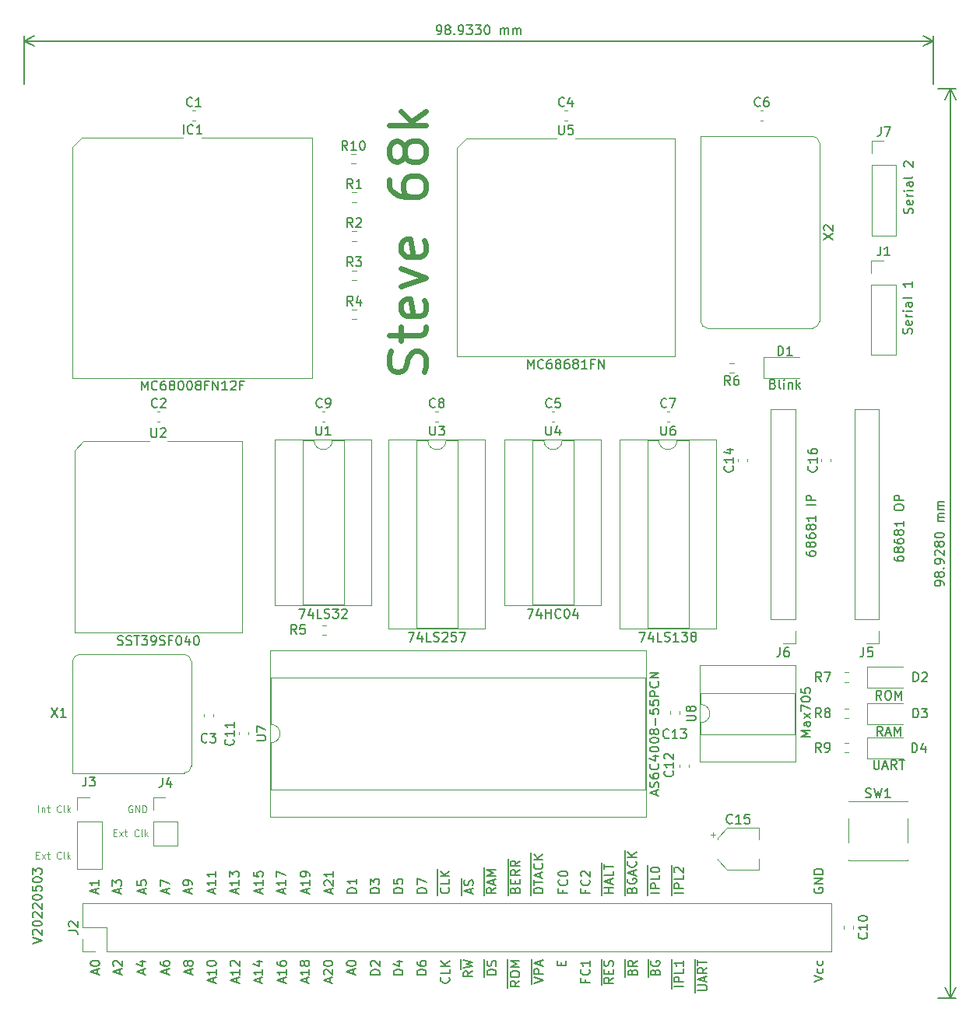
<source format=gbr>
%TF.GenerationSoftware,KiCad,Pcbnew,(6.0.2)*%
%TF.CreationDate,2022-05-05T17:12:40-07:00*%
%TF.ProjectId,Steve 68k,53746576-6520-4363-986b-2e6b69636164,rev?*%
%TF.SameCoordinates,Original*%
%TF.FileFunction,Legend,Top*%
%TF.FilePolarity,Positive*%
%FSLAX46Y46*%
G04 Gerber Fmt 4.6, Leading zero omitted, Abs format (unit mm)*
G04 Created by KiCad (PCBNEW (6.0.2)) date 2022-05-05 17:12:40*
%MOMM*%
%LPD*%
G01*
G04 APERTURE LIST*
%ADD10C,0.150000*%
%ADD11C,0.600000*%
%ADD12C,0.100000*%
%ADD13C,0.120000*%
G04 APERTURE END LIST*
D10*
X149741000Y-123397395D02*
X149693380Y-123492633D01*
X149693380Y-123635490D01*
X149741000Y-123778347D01*
X149836238Y-123873585D01*
X149931476Y-123921204D01*
X150121952Y-123968823D01*
X150264809Y-123968823D01*
X150455285Y-123921204D01*
X150550523Y-123873585D01*
X150645761Y-123778347D01*
X150693380Y-123635490D01*
X150693380Y-123540252D01*
X150645761Y-123397395D01*
X150598142Y-123349776D01*
X150264809Y-123349776D01*
X150264809Y-123540252D01*
X150693380Y-122921204D02*
X149693380Y-122921204D01*
X150693380Y-122349776D01*
X149693380Y-122349776D01*
X150693380Y-121873585D02*
X149693380Y-121873585D01*
X149693380Y-121635490D01*
X149741000Y-121492633D01*
X149836238Y-121397395D01*
X149931476Y-121349776D01*
X150121952Y-121302157D01*
X150264809Y-121302157D01*
X150455285Y-121349776D01*
X150550523Y-121397395D01*
X150645761Y-121492633D01*
X150693380Y-121635490D01*
X150693380Y-121873585D01*
X134196400Y-124159300D02*
X134196400Y-123683109D01*
X135478780Y-123921204D02*
X134478780Y-123921204D01*
X134196400Y-123683109D02*
X134196400Y-122683109D01*
X135478780Y-123445014D02*
X134478780Y-123445014D01*
X134478780Y-123064061D01*
X134526400Y-122968823D01*
X134574019Y-122921204D01*
X134669257Y-122873585D01*
X134812114Y-122873585D01*
X134907352Y-122921204D01*
X134954971Y-122968823D01*
X135002590Y-123064061D01*
X135002590Y-123445014D01*
X134196400Y-122683109D02*
X134196400Y-121873585D01*
X135478780Y-121968823D02*
X135478780Y-122445014D01*
X134478780Y-122445014D01*
X134196400Y-121873585D02*
X134196400Y-120921204D01*
X134574019Y-121683109D02*
X134526400Y-121635490D01*
X134478780Y-121540252D01*
X134478780Y-121302157D01*
X134526400Y-121206919D01*
X134574019Y-121159300D01*
X134669257Y-121111680D01*
X134764495Y-121111680D01*
X134907352Y-121159300D01*
X135478780Y-121730728D01*
X135478780Y-121111680D01*
X131631000Y-124159300D02*
X131631000Y-123683109D01*
X132913380Y-123921204D02*
X131913380Y-123921204D01*
X131631000Y-123683109D02*
X131631000Y-122683109D01*
X132913380Y-123445014D02*
X131913380Y-123445014D01*
X131913380Y-123064061D01*
X131961000Y-122968823D01*
X132008619Y-122921204D01*
X132103857Y-122873585D01*
X132246714Y-122873585D01*
X132341952Y-122921204D01*
X132389571Y-122968823D01*
X132437190Y-123064061D01*
X132437190Y-123445014D01*
X131631000Y-122683109D02*
X131631000Y-121873585D01*
X132913380Y-121968823D02*
X132913380Y-122445014D01*
X131913380Y-122445014D01*
X131631000Y-121873585D02*
X131631000Y-120921204D01*
X131913380Y-121445014D02*
X131913380Y-121349776D01*
X131961000Y-121254538D01*
X132008619Y-121206919D01*
X132103857Y-121159300D01*
X132294333Y-121111680D01*
X132532428Y-121111680D01*
X132722904Y-121159300D01*
X132818142Y-121206919D01*
X132865761Y-121254538D01*
X132913380Y-121349776D01*
X132913380Y-121445014D01*
X132865761Y-121540252D01*
X132818142Y-121587871D01*
X132722904Y-121635490D01*
X132532428Y-121683109D01*
X132294333Y-121683109D01*
X132103857Y-121635490D01*
X132008619Y-121587871D01*
X131961000Y-121540252D01*
X131913380Y-121445014D01*
X129116400Y-124159300D02*
X129116400Y-123159300D01*
X129874971Y-123587871D02*
X129922590Y-123445014D01*
X129970209Y-123397395D01*
X130065447Y-123349776D01*
X130208304Y-123349776D01*
X130303542Y-123397395D01*
X130351161Y-123445014D01*
X130398780Y-123540252D01*
X130398780Y-123921204D01*
X129398780Y-123921204D01*
X129398780Y-123587871D01*
X129446400Y-123492633D01*
X129494019Y-123445014D01*
X129589257Y-123397395D01*
X129684495Y-123397395D01*
X129779733Y-123445014D01*
X129827352Y-123492633D01*
X129874971Y-123587871D01*
X129874971Y-123921204D01*
X129116400Y-123159300D02*
X129116400Y-122159300D01*
X129446400Y-122397395D02*
X129398780Y-122492633D01*
X129398780Y-122635490D01*
X129446400Y-122778347D01*
X129541638Y-122873585D01*
X129636876Y-122921204D01*
X129827352Y-122968823D01*
X129970209Y-122968823D01*
X130160685Y-122921204D01*
X130255923Y-122873585D01*
X130351161Y-122778347D01*
X130398780Y-122635490D01*
X130398780Y-122540252D01*
X130351161Y-122397395D01*
X130303542Y-122349776D01*
X129970209Y-122349776D01*
X129970209Y-122540252D01*
X129116400Y-122159300D02*
X129116400Y-121302157D01*
X130113066Y-121968823D02*
X130113066Y-121492633D01*
X130398780Y-122064061D02*
X129398780Y-121730728D01*
X130398780Y-121397395D01*
X129116400Y-121302157D02*
X129116400Y-120302157D01*
X130303542Y-120492633D02*
X130351161Y-120540252D01*
X130398780Y-120683109D01*
X130398780Y-120778347D01*
X130351161Y-120921204D01*
X130255923Y-121016442D01*
X130160685Y-121064061D01*
X129970209Y-121111680D01*
X129827352Y-121111680D01*
X129636876Y-121064061D01*
X129541638Y-121016442D01*
X129446400Y-120921204D01*
X129398780Y-120778347D01*
X129398780Y-120683109D01*
X129446400Y-120540252D01*
X129494019Y-120492633D01*
X129116400Y-120302157D02*
X129116400Y-119302157D01*
X130398780Y-120064061D02*
X129398780Y-120064061D01*
X130398780Y-119492633D02*
X129827352Y-119921204D01*
X129398780Y-119492633D02*
X129970209Y-120064061D01*
X126576400Y-124159300D02*
X126576400Y-123111680D01*
X127858780Y-123921204D02*
X126858780Y-123921204D01*
X127334971Y-123921204D02*
X127334971Y-123349776D01*
X127858780Y-123349776D02*
X126858780Y-123349776D01*
X126576400Y-123111680D02*
X126576400Y-122254538D01*
X127573066Y-122921204D02*
X127573066Y-122445014D01*
X127858780Y-123016442D02*
X126858780Y-122683109D01*
X127858780Y-122349776D01*
X126576400Y-122254538D02*
X126576400Y-121445014D01*
X127858780Y-121540252D02*
X127858780Y-122016442D01*
X126858780Y-122016442D01*
X126576400Y-121445014D02*
X126576400Y-120683109D01*
X126858780Y-121349776D02*
X126858780Y-120778347D01*
X127858780Y-121064061D02*
X126858780Y-121064061D01*
X124820371Y-123587871D02*
X124820371Y-123921204D01*
X125344180Y-123921204D02*
X124344180Y-123921204D01*
X124344180Y-123445014D01*
X125248942Y-122492633D02*
X125296561Y-122540252D01*
X125344180Y-122683109D01*
X125344180Y-122778347D01*
X125296561Y-122921204D01*
X125201323Y-123016442D01*
X125106085Y-123064061D01*
X124915609Y-123111680D01*
X124772752Y-123111680D01*
X124582276Y-123064061D01*
X124487038Y-123016442D01*
X124391800Y-122921204D01*
X124344180Y-122778347D01*
X124344180Y-122683109D01*
X124391800Y-122540252D01*
X124439419Y-122492633D01*
X124439419Y-122111680D02*
X124391800Y-122064061D01*
X124344180Y-121968823D01*
X124344180Y-121730728D01*
X124391800Y-121635490D01*
X124439419Y-121587871D01*
X124534657Y-121540252D01*
X124629895Y-121540252D01*
X124772752Y-121587871D01*
X125344180Y-122159300D01*
X125344180Y-121540252D01*
X122381971Y-123587871D02*
X122381971Y-123921204D01*
X122905780Y-123921204D02*
X121905780Y-123921204D01*
X121905780Y-123445014D01*
X122810542Y-122492633D02*
X122858161Y-122540252D01*
X122905780Y-122683109D01*
X122905780Y-122778347D01*
X122858161Y-122921204D01*
X122762923Y-123016442D01*
X122667685Y-123064061D01*
X122477209Y-123111680D01*
X122334352Y-123111680D01*
X122143876Y-123064061D01*
X122048638Y-123016442D01*
X121953400Y-122921204D01*
X121905780Y-122778347D01*
X121905780Y-122683109D01*
X121953400Y-122540252D01*
X122001019Y-122492633D01*
X121905780Y-121873585D02*
X121905780Y-121778347D01*
X121953400Y-121683109D01*
X122001019Y-121635490D01*
X122096257Y-121587871D01*
X122286733Y-121540252D01*
X122524828Y-121540252D01*
X122715304Y-121587871D01*
X122810542Y-121635490D01*
X122858161Y-121683109D01*
X122905780Y-121778347D01*
X122905780Y-121873585D01*
X122858161Y-121968823D01*
X122810542Y-122016442D01*
X122715304Y-122064061D01*
X122524828Y-122111680D01*
X122286733Y-122111680D01*
X122096257Y-122064061D01*
X122001019Y-122016442D01*
X121953400Y-121968823D01*
X121905780Y-121873585D01*
X118931000Y-124159300D02*
X118931000Y-123159300D01*
X120213380Y-123921204D02*
X119213380Y-123921204D01*
X119213380Y-123683109D01*
X119261000Y-123540252D01*
X119356238Y-123445014D01*
X119451476Y-123397395D01*
X119641952Y-123349776D01*
X119784809Y-123349776D01*
X119975285Y-123397395D01*
X120070523Y-123445014D01*
X120165761Y-123540252D01*
X120213380Y-123683109D01*
X120213380Y-123921204D01*
X118931000Y-123159300D02*
X118931000Y-122397395D01*
X119213380Y-123064061D02*
X119213380Y-122492633D01*
X120213380Y-122778347D02*
X119213380Y-122778347D01*
X118931000Y-122397395D02*
X118931000Y-121540252D01*
X119927666Y-122206919D02*
X119927666Y-121730728D01*
X120213380Y-122302157D02*
X119213380Y-121968823D01*
X120213380Y-121635490D01*
X118931000Y-121540252D02*
X118931000Y-120540252D01*
X120118142Y-120730728D02*
X120165761Y-120778347D01*
X120213380Y-120921204D01*
X120213380Y-121016442D01*
X120165761Y-121159300D01*
X120070523Y-121254538D01*
X119975285Y-121302157D01*
X119784809Y-121349776D01*
X119641952Y-121349776D01*
X119451476Y-121302157D01*
X119356238Y-121254538D01*
X119261000Y-121159300D01*
X119213380Y-121016442D01*
X119213380Y-120921204D01*
X119261000Y-120778347D01*
X119308619Y-120730728D01*
X118931000Y-120540252D02*
X118931000Y-119540252D01*
X120213380Y-120302157D02*
X119213380Y-120302157D01*
X120213380Y-119730728D02*
X119641952Y-120159300D01*
X119213380Y-119730728D02*
X119784809Y-120302157D01*
X116416400Y-124159300D02*
X116416400Y-123159300D01*
X117174971Y-123587871D02*
X117222590Y-123445014D01*
X117270209Y-123397395D01*
X117365447Y-123349776D01*
X117508304Y-123349776D01*
X117603542Y-123397395D01*
X117651161Y-123445014D01*
X117698780Y-123540252D01*
X117698780Y-123921204D01*
X116698780Y-123921204D01*
X116698780Y-123587871D01*
X116746400Y-123492633D01*
X116794019Y-123445014D01*
X116889257Y-123397395D01*
X116984495Y-123397395D01*
X117079733Y-123445014D01*
X117127352Y-123492633D01*
X117174971Y-123587871D01*
X117174971Y-123921204D01*
X116416400Y-123159300D02*
X116416400Y-122254538D01*
X117174971Y-122921204D02*
X117174971Y-122587871D01*
X117698780Y-122445014D02*
X117698780Y-122921204D01*
X116698780Y-122921204D01*
X116698780Y-122445014D01*
X116416400Y-122254538D02*
X116416400Y-121254538D01*
X117698780Y-121445014D02*
X117222590Y-121778347D01*
X117698780Y-122016442D02*
X116698780Y-122016442D01*
X116698780Y-121635490D01*
X116746400Y-121540252D01*
X116794019Y-121492633D01*
X116889257Y-121445014D01*
X117032114Y-121445014D01*
X117127352Y-121492633D01*
X117174971Y-121540252D01*
X117222590Y-121635490D01*
X117222590Y-122016442D01*
X116416400Y-121254538D02*
X116416400Y-120254538D01*
X117698780Y-120445014D02*
X117222590Y-120778347D01*
X117698780Y-121016442D02*
X116698780Y-121016442D01*
X116698780Y-120635490D01*
X116746400Y-120540252D01*
X116794019Y-120492633D01*
X116889257Y-120445014D01*
X117032114Y-120445014D01*
X117127352Y-120492633D01*
X117174971Y-120540252D01*
X117222590Y-120635490D01*
X117222590Y-121016442D01*
X113825600Y-124159300D02*
X113825600Y-123159300D01*
X115107980Y-123349776D02*
X114631790Y-123683109D01*
X115107980Y-123921204D02*
X114107980Y-123921204D01*
X114107980Y-123540252D01*
X114155600Y-123445014D01*
X114203219Y-123397395D01*
X114298457Y-123349776D01*
X114441314Y-123349776D01*
X114536552Y-123397395D01*
X114584171Y-123445014D01*
X114631790Y-123540252D01*
X114631790Y-123921204D01*
X113825600Y-123159300D02*
X113825600Y-122302157D01*
X114822266Y-122968823D02*
X114822266Y-122492633D01*
X115107980Y-123064061D02*
X114107980Y-122730728D01*
X115107980Y-122397395D01*
X113825600Y-122302157D02*
X113825600Y-121159300D01*
X115107980Y-122064061D02*
X114107980Y-122064061D01*
X114822266Y-121730728D01*
X114107980Y-121397395D01*
X115107980Y-121397395D01*
X111361800Y-124159300D02*
X111361800Y-123302157D01*
X112358466Y-123968823D02*
X112358466Y-123492633D01*
X112644180Y-124064061D02*
X111644180Y-123730728D01*
X112644180Y-123397395D01*
X111361800Y-123302157D02*
X111361800Y-122349776D01*
X112596561Y-123111680D02*
X112644180Y-122968823D01*
X112644180Y-122730728D01*
X112596561Y-122635490D01*
X112548942Y-122587871D01*
X112453704Y-122540252D01*
X112358466Y-122540252D01*
X112263228Y-122587871D01*
X112215609Y-122635490D01*
X112167990Y-122730728D01*
X112120371Y-122921204D01*
X112072752Y-123016442D01*
X112025133Y-123064061D01*
X111929895Y-123111680D01*
X111834657Y-123111680D01*
X111739419Y-123064061D01*
X111691800Y-123016442D01*
X111644180Y-122921204D01*
X111644180Y-122683109D01*
X111691800Y-122540252D01*
X108771000Y-124159300D02*
X108771000Y-123159300D01*
X109958142Y-123349776D02*
X110005761Y-123397395D01*
X110053380Y-123540252D01*
X110053380Y-123635490D01*
X110005761Y-123778347D01*
X109910523Y-123873585D01*
X109815285Y-123921204D01*
X109624809Y-123968823D01*
X109481952Y-123968823D01*
X109291476Y-123921204D01*
X109196238Y-123873585D01*
X109101000Y-123778347D01*
X109053380Y-123635490D01*
X109053380Y-123540252D01*
X109101000Y-123397395D01*
X109148619Y-123349776D01*
X108771000Y-123159300D02*
X108771000Y-122349776D01*
X110053380Y-122445014D02*
X110053380Y-122921204D01*
X109053380Y-122921204D01*
X108771000Y-122349776D02*
X108771000Y-121349776D01*
X110053380Y-122111680D02*
X109053380Y-122111680D01*
X110053380Y-121540252D02*
X109481952Y-121968823D01*
X109053380Y-121540252D02*
X109624809Y-122111680D01*
X107538780Y-123921204D02*
X106538780Y-123921204D01*
X106538780Y-123683109D01*
X106586400Y-123540252D01*
X106681638Y-123445014D01*
X106776876Y-123397395D01*
X106967352Y-123349776D01*
X107110209Y-123349776D01*
X107300685Y-123397395D01*
X107395923Y-123445014D01*
X107491161Y-123540252D01*
X107538780Y-123683109D01*
X107538780Y-123921204D01*
X106538780Y-123016442D02*
X106538780Y-122349776D01*
X107538780Y-122778347D01*
X104973380Y-123921204D02*
X103973380Y-123921204D01*
X103973380Y-123683109D01*
X104021000Y-123540252D01*
X104116238Y-123445014D01*
X104211476Y-123397395D01*
X104401952Y-123349776D01*
X104544809Y-123349776D01*
X104735285Y-123397395D01*
X104830523Y-123445014D01*
X104925761Y-123540252D01*
X104973380Y-123683109D01*
X104973380Y-123921204D01*
X103973380Y-122445014D02*
X103973380Y-122921204D01*
X104449571Y-122968823D01*
X104401952Y-122921204D01*
X104354333Y-122825966D01*
X104354333Y-122587871D01*
X104401952Y-122492633D01*
X104449571Y-122445014D01*
X104544809Y-122397395D01*
X104782904Y-122397395D01*
X104878142Y-122445014D01*
X104925761Y-122492633D01*
X104973380Y-122587871D01*
X104973380Y-122825966D01*
X104925761Y-122921204D01*
X104878142Y-122968823D01*
X102433380Y-123921204D02*
X101433380Y-123921204D01*
X101433380Y-123683109D01*
X101481000Y-123540252D01*
X101576238Y-123445014D01*
X101671476Y-123397395D01*
X101861952Y-123349776D01*
X102004809Y-123349776D01*
X102195285Y-123397395D01*
X102290523Y-123445014D01*
X102385761Y-123540252D01*
X102433380Y-123683109D01*
X102433380Y-123921204D01*
X101433380Y-123016442D02*
X101433380Y-122397395D01*
X101814333Y-122730728D01*
X101814333Y-122587871D01*
X101861952Y-122492633D01*
X101909571Y-122445014D01*
X102004809Y-122397395D01*
X102242904Y-122397395D01*
X102338142Y-122445014D01*
X102385761Y-122492633D01*
X102433380Y-122587871D01*
X102433380Y-122873585D01*
X102385761Y-122968823D01*
X102338142Y-123016442D01*
X99944180Y-123921204D02*
X98944180Y-123921204D01*
X98944180Y-123683109D01*
X98991800Y-123540252D01*
X99087038Y-123445014D01*
X99182276Y-123397395D01*
X99372752Y-123349776D01*
X99515609Y-123349776D01*
X99706085Y-123397395D01*
X99801323Y-123445014D01*
X99896561Y-123540252D01*
X99944180Y-123683109D01*
X99944180Y-123921204D01*
X99944180Y-122397395D02*
X99944180Y-122968823D01*
X99944180Y-122683109D02*
X98944180Y-122683109D01*
X99087038Y-122778347D01*
X99182276Y-122873585D01*
X99229895Y-122968823D01*
X97143866Y-123968823D02*
X97143866Y-123492633D01*
X97429580Y-124064061D02*
X96429580Y-123730728D01*
X97429580Y-123397395D01*
X96524819Y-123111680D02*
X96477200Y-123064061D01*
X96429580Y-122968823D01*
X96429580Y-122730728D01*
X96477200Y-122635490D01*
X96524819Y-122587871D01*
X96620057Y-122540252D01*
X96715295Y-122540252D01*
X96858152Y-122587871D01*
X97429580Y-123159300D01*
X97429580Y-122540252D01*
X97429580Y-121587871D02*
X97429580Y-122159300D01*
X97429580Y-121873585D02*
X96429580Y-121873585D01*
X96572438Y-121968823D01*
X96667676Y-122064061D01*
X96715295Y-122159300D01*
X94553066Y-123968823D02*
X94553066Y-123492633D01*
X94838780Y-124064061D02*
X93838780Y-123730728D01*
X94838780Y-123397395D01*
X94838780Y-122540252D02*
X94838780Y-123111680D01*
X94838780Y-122825966D02*
X93838780Y-122825966D01*
X93981638Y-122921204D01*
X94076876Y-123016442D01*
X94124495Y-123111680D01*
X94838780Y-122064061D02*
X94838780Y-121873585D01*
X94791161Y-121778347D01*
X94743542Y-121730728D01*
X94600685Y-121635490D01*
X94410209Y-121587871D01*
X94029257Y-121587871D01*
X93934019Y-121635490D01*
X93886400Y-121683109D01*
X93838780Y-121778347D01*
X93838780Y-121968823D01*
X93886400Y-122064061D01*
X93934019Y-122111680D01*
X94029257Y-122159300D01*
X94267352Y-122159300D01*
X94362590Y-122111680D01*
X94410209Y-122064061D01*
X94457828Y-121968823D01*
X94457828Y-121778347D01*
X94410209Y-121683109D01*
X94362590Y-121635490D01*
X94267352Y-121587871D01*
X91962266Y-123968823D02*
X91962266Y-123492633D01*
X92247980Y-124064061D02*
X91247980Y-123730728D01*
X92247980Y-123397395D01*
X92247980Y-122540252D02*
X92247980Y-123111680D01*
X92247980Y-122825966D02*
X91247980Y-122825966D01*
X91390838Y-122921204D01*
X91486076Y-123016442D01*
X91533695Y-123111680D01*
X91247980Y-122206919D02*
X91247980Y-121540252D01*
X92247980Y-121968823D01*
X89473066Y-123968823D02*
X89473066Y-123492633D01*
X89758780Y-124064061D02*
X88758780Y-123730728D01*
X89758780Y-123397395D01*
X89758780Y-122540252D02*
X89758780Y-123111680D01*
X89758780Y-122825966D02*
X88758780Y-122825966D01*
X88901638Y-122921204D01*
X88996876Y-123016442D01*
X89044495Y-123111680D01*
X88758780Y-121635490D02*
X88758780Y-122111680D01*
X89234971Y-122159300D01*
X89187352Y-122111680D01*
X89139733Y-122016442D01*
X89139733Y-121778347D01*
X89187352Y-121683109D01*
X89234971Y-121635490D01*
X89330209Y-121587871D01*
X89568304Y-121587871D01*
X89663542Y-121635490D01*
X89711161Y-121683109D01*
X89758780Y-121778347D01*
X89758780Y-122016442D01*
X89711161Y-122111680D01*
X89663542Y-122159300D01*
X86856866Y-123968823D02*
X86856866Y-123492633D01*
X87142580Y-124064061D02*
X86142580Y-123730728D01*
X87142580Y-123397395D01*
X87142580Y-122540252D02*
X87142580Y-123111680D01*
X87142580Y-122825966D02*
X86142580Y-122825966D01*
X86285438Y-122921204D01*
X86380676Y-123016442D01*
X86428295Y-123111680D01*
X86142580Y-122206919D02*
X86142580Y-121587871D01*
X86523533Y-121921204D01*
X86523533Y-121778347D01*
X86571152Y-121683109D01*
X86618771Y-121635490D01*
X86714009Y-121587871D01*
X86952104Y-121587871D01*
X87047342Y-121635490D01*
X87094961Y-121683109D01*
X87142580Y-121778347D01*
X87142580Y-122064061D01*
X87094961Y-122159300D01*
X87047342Y-122206919D01*
X84367666Y-123968823D02*
X84367666Y-123492633D01*
X84653380Y-124064061D02*
X83653380Y-123730728D01*
X84653380Y-123397395D01*
X84653380Y-122540252D02*
X84653380Y-123111680D01*
X84653380Y-122825966D02*
X83653380Y-122825966D01*
X83796238Y-122921204D01*
X83891476Y-123016442D01*
X83939095Y-123111680D01*
X84653380Y-121587871D02*
X84653380Y-122159300D01*
X84653380Y-121873585D02*
X83653380Y-121873585D01*
X83796238Y-121968823D01*
X83891476Y-122064061D01*
X83939095Y-122159300D01*
X81776866Y-123968823D02*
X81776866Y-123492633D01*
X82062580Y-124064061D02*
X81062580Y-123730728D01*
X82062580Y-123397395D01*
X82062580Y-123016442D02*
X82062580Y-122825966D01*
X82014961Y-122730728D01*
X81967342Y-122683109D01*
X81824485Y-122587871D01*
X81634009Y-122540252D01*
X81253057Y-122540252D01*
X81157819Y-122587871D01*
X81110200Y-122635490D01*
X81062580Y-122730728D01*
X81062580Y-122921204D01*
X81110200Y-123016442D01*
X81157819Y-123064061D01*
X81253057Y-123111680D01*
X81491152Y-123111680D01*
X81586390Y-123064061D01*
X81634009Y-123016442D01*
X81681628Y-122921204D01*
X81681628Y-122730728D01*
X81634009Y-122635490D01*
X81586390Y-122587871D01*
X81491152Y-122540252D01*
X79313066Y-123968823D02*
X79313066Y-123492633D01*
X79598780Y-124064061D02*
X78598780Y-123730728D01*
X79598780Y-123397395D01*
X78598780Y-123159300D02*
X78598780Y-122492633D01*
X79598780Y-122921204D01*
X76798466Y-123968823D02*
X76798466Y-123492633D01*
X77084180Y-124064061D02*
X76084180Y-123730728D01*
X77084180Y-123397395D01*
X76084180Y-122587871D02*
X76084180Y-123064061D01*
X76560371Y-123111680D01*
X76512752Y-123064061D01*
X76465133Y-122968823D01*
X76465133Y-122730728D01*
X76512752Y-122635490D01*
X76560371Y-122587871D01*
X76655609Y-122540252D01*
X76893704Y-122540252D01*
X76988942Y-122587871D01*
X77036561Y-122635490D01*
X77084180Y-122730728D01*
X77084180Y-122968823D01*
X77036561Y-123064061D01*
X76988942Y-123111680D01*
X74106066Y-123968823D02*
X74106066Y-123492633D01*
X74391780Y-124064061D02*
X73391780Y-123730728D01*
X74391780Y-123397395D01*
X73391780Y-123159300D02*
X73391780Y-122540252D01*
X73772733Y-122873585D01*
X73772733Y-122730728D01*
X73820352Y-122635490D01*
X73867971Y-122587871D01*
X73963209Y-122540252D01*
X74201304Y-122540252D01*
X74296542Y-122587871D01*
X74344161Y-122635490D01*
X74391780Y-122730728D01*
X74391780Y-123016442D01*
X74344161Y-123111680D01*
X74296542Y-123159300D01*
X71616866Y-123968823D02*
X71616866Y-123492633D01*
X71902580Y-124064061D02*
X70902580Y-123730728D01*
X71902580Y-123397395D01*
X71902580Y-122540252D02*
X71902580Y-123111680D01*
X71902580Y-122825966D02*
X70902580Y-122825966D01*
X71045438Y-122921204D01*
X71140676Y-123016442D01*
X71188295Y-123111680D01*
X149693380Y-133586890D02*
X150693380Y-133253557D01*
X149693380Y-132920223D01*
X150645761Y-132158319D02*
X150693380Y-132253557D01*
X150693380Y-132444033D01*
X150645761Y-132539271D01*
X150598142Y-132586890D01*
X150502904Y-132634509D01*
X150217190Y-132634509D01*
X150121952Y-132586890D01*
X150074333Y-132539271D01*
X150026714Y-132444033D01*
X150026714Y-132253557D01*
X150074333Y-132158319D01*
X150645761Y-131301176D02*
X150693380Y-131396414D01*
X150693380Y-131586890D01*
X150645761Y-131682128D01*
X150598142Y-131729747D01*
X150502904Y-131777366D01*
X150217190Y-131777366D01*
X150121952Y-131729747D01*
X150074333Y-131682128D01*
X150026714Y-131586890D01*
X150026714Y-131396414D01*
X150074333Y-131301176D01*
X136787200Y-134777366D02*
X136787200Y-133729747D01*
X137069580Y-134539271D02*
X137879104Y-134539271D01*
X137974342Y-134491652D01*
X138021961Y-134444033D01*
X138069580Y-134348795D01*
X138069580Y-134158319D01*
X138021961Y-134063080D01*
X137974342Y-134015461D01*
X137879104Y-133967842D01*
X137069580Y-133967842D01*
X136787200Y-133729747D02*
X136787200Y-132872604D01*
X137783866Y-133539271D02*
X137783866Y-133063080D01*
X138069580Y-133634509D02*
X137069580Y-133301176D01*
X138069580Y-132967842D01*
X136787200Y-132872604D02*
X136787200Y-131872604D01*
X138069580Y-132063080D02*
X137593390Y-132396414D01*
X138069580Y-132634509D02*
X137069580Y-132634509D01*
X137069580Y-132253557D01*
X137117200Y-132158319D01*
X137164819Y-132110700D01*
X137260057Y-132063080D01*
X137402914Y-132063080D01*
X137498152Y-132110700D01*
X137545771Y-132158319D01*
X137593390Y-132253557D01*
X137593390Y-132634509D01*
X136787200Y-131872604D02*
X136787200Y-131110700D01*
X137069580Y-131777366D02*
X137069580Y-131205938D01*
X138069580Y-131491652D02*
X137069580Y-131491652D01*
X134196400Y-134348795D02*
X134196400Y-133872604D01*
X135478780Y-134110700D02*
X134478780Y-134110700D01*
X134196400Y-133872604D02*
X134196400Y-132872604D01*
X135478780Y-133634509D02*
X134478780Y-133634509D01*
X134478780Y-133253557D01*
X134526400Y-133158319D01*
X134574019Y-133110700D01*
X134669257Y-133063080D01*
X134812114Y-133063080D01*
X134907352Y-133110700D01*
X134954971Y-133158319D01*
X135002590Y-133253557D01*
X135002590Y-133634509D01*
X134196400Y-132872604D02*
X134196400Y-132063080D01*
X135478780Y-132158319D02*
X135478780Y-132634509D01*
X134478780Y-132634509D01*
X134196400Y-132063080D02*
X134196400Y-131110700D01*
X135478780Y-131301176D02*
X135478780Y-131872604D01*
X135478780Y-131586890D02*
X134478780Y-131586890D01*
X134621638Y-131682128D01*
X134716876Y-131777366D01*
X134764495Y-131872604D01*
X131656400Y-133110700D02*
X131656400Y-132110700D01*
X132414971Y-132539271D02*
X132462590Y-132396414D01*
X132510209Y-132348795D01*
X132605447Y-132301176D01*
X132748304Y-132301176D01*
X132843542Y-132348795D01*
X132891161Y-132396414D01*
X132938780Y-132491652D01*
X132938780Y-132872604D01*
X131938780Y-132872604D01*
X131938780Y-132539271D01*
X131986400Y-132444033D01*
X132034019Y-132396414D01*
X132129257Y-132348795D01*
X132224495Y-132348795D01*
X132319733Y-132396414D01*
X132367352Y-132444033D01*
X132414971Y-132539271D01*
X132414971Y-132872604D01*
X131656400Y-132110700D02*
X131656400Y-131110700D01*
X131986400Y-131348795D02*
X131938780Y-131444033D01*
X131938780Y-131586890D01*
X131986400Y-131729747D01*
X132081638Y-131824985D01*
X132176876Y-131872604D01*
X132367352Y-131920223D01*
X132510209Y-131920223D01*
X132700685Y-131872604D01*
X132795923Y-131824985D01*
X132891161Y-131729747D01*
X132938780Y-131586890D01*
X132938780Y-131491652D01*
X132891161Y-131348795D01*
X132843542Y-131301176D01*
X132510209Y-131301176D01*
X132510209Y-131491652D01*
X129192600Y-133110700D02*
X129192600Y-132110700D01*
X129951171Y-132539271D02*
X129998790Y-132396414D01*
X130046409Y-132348795D01*
X130141647Y-132301176D01*
X130284504Y-132301176D01*
X130379742Y-132348795D01*
X130427361Y-132396414D01*
X130474980Y-132491652D01*
X130474980Y-132872604D01*
X129474980Y-132872604D01*
X129474980Y-132539271D01*
X129522600Y-132444033D01*
X129570219Y-132396414D01*
X129665457Y-132348795D01*
X129760695Y-132348795D01*
X129855933Y-132396414D01*
X129903552Y-132444033D01*
X129951171Y-132539271D01*
X129951171Y-132872604D01*
X129192600Y-132110700D02*
X129192600Y-131110700D01*
X130474980Y-131301176D02*
X129998790Y-131634509D01*
X130474980Y-131872604D02*
X129474980Y-131872604D01*
X129474980Y-131491652D01*
X129522600Y-131396414D01*
X129570219Y-131348795D01*
X129665457Y-131301176D01*
X129808314Y-131301176D01*
X129903552Y-131348795D01*
X129951171Y-131396414D01*
X129998790Y-131491652D01*
X129998790Y-131872604D01*
X126576400Y-133967842D02*
X126576400Y-132967842D01*
X127858780Y-133158319D02*
X127382590Y-133491652D01*
X127858780Y-133729747D02*
X126858780Y-133729747D01*
X126858780Y-133348795D01*
X126906400Y-133253557D01*
X126954019Y-133205938D01*
X127049257Y-133158319D01*
X127192114Y-133158319D01*
X127287352Y-133205938D01*
X127334971Y-133253557D01*
X127382590Y-133348795D01*
X127382590Y-133729747D01*
X126576400Y-132967842D02*
X126576400Y-132063080D01*
X127334971Y-132729747D02*
X127334971Y-132396414D01*
X127858780Y-132253557D02*
X127858780Y-132729747D01*
X126858780Y-132729747D01*
X126858780Y-132253557D01*
X126576400Y-132063080D02*
X126576400Y-131110700D01*
X127811161Y-131872604D02*
X127858780Y-131729747D01*
X127858780Y-131491652D01*
X127811161Y-131396414D01*
X127763542Y-131348795D01*
X127668304Y-131301176D01*
X127573066Y-131301176D01*
X127477828Y-131348795D01*
X127430209Y-131396414D01*
X127382590Y-131491652D01*
X127334971Y-131682128D01*
X127287352Y-131777366D01*
X127239733Y-131824985D01*
X127144495Y-131872604D01*
X127049257Y-131872604D01*
X126954019Y-131824985D01*
X126906400Y-131777366D01*
X126858780Y-131682128D01*
X126858780Y-131444033D01*
X126906400Y-131301176D01*
X124794971Y-133348795D02*
X124794971Y-133682128D01*
X125318780Y-133682128D02*
X124318780Y-133682128D01*
X124318780Y-133205938D01*
X125223542Y-132253557D02*
X125271161Y-132301176D01*
X125318780Y-132444033D01*
X125318780Y-132539271D01*
X125271161Y-132682128D01*
X125175923Y-132777366D01*
X125080685Y-132824985D01*
X124890209Y-132872604D01*
X124747352Y-132872604D01*
X124556876Y-132824985D01*
X124461638Y-132777366D01*
X124366400Y-132682128D01*
X124318780Y-132539271D01*
X124318780Y-132444033D01*
X124366400Y-132301176D01*
X124414019Y-132253557D01*
X125318780Y-131301176D02*
X125318780Y-131872604D01*
X125318780Y-131586890D02*
X124318780Y-131586890D01*
X124461638Y-131682128D01*
X124556876Y-131777366D01*
X124604495Y-131872604D01*
X122229571Y-131777366D02*
X122229571Y-131444033D01*
X122753380Y-131301176D02*
X122753380Y-131777366D01*
X121753380Y-131777366D01*
X121753380Y-131301176D01*
X118956400Y-133824985D02*
X118956400Y-132967842D01*
X119238780Y-133729747D02*
X120238780Y-133396414D01*
X119238780Y-133063080D01*
X118956400Y-132967842D02*
X118956400Y-131967842D01*
X120238780Y-132729747D02*
X119238780Y-132729747D01*
X119238780Y-132348795D01*
X119286400Y-132253557D01*
X119334019Y-132205938D01*
X119429257Y-132158319D01*
X119572114Y-132158319D01*
X119667352Y-132205938D01*
X119714971Y-132253557D01*
X119762590Y-132348795D01*
X119762590Y-132729747D01*
X118956400Y-131967842D02*
X118956400Y-131110700D01*
X119953066Y-131777366D02*
X119953066Y-131301176D01*
X120238780Y-131872604D02*
X119238780Y-131539271D01*
X120238780Y-131205938D01*
X116391000Y-134301176D02*
X116391000Y-133301176D01*
X117673380Y-133491652D02*
X117197190Y-133824985D01*
X117673380Y-134063080D02*
X116673380Y-134063080D01*
X116673380Y-133682128D01*
X116721000Y-133586890D01*
X116768619Y-133539271D01*
X116863857Y-133491652D01*
X117006714Y-133491652D01*
X117101952Y-133539271D01*
X117149571Y-133586890D01*
X117197190Y-133682128D01*
X117197190Y-134063080D01*
X116391000Y-133301176D02*
X116391000Y-132253557D01*
X116673380Y-132872604D02*
X116673380Y-132682128D01*
X116721000Y-132586890D01*
X116816238Y-132491652D01*
X117006714Y-132444033D01*
X117340047Y-132444033D01*
X117530523Y-132491652D01*
X117625761Y-132586890D01*
X117673380Y-132682128D01*
X117673380Y-132872604D01*
X117625761Y-132967842D01*
X117530523Y-133063080D01*
X117340047Y-133110700D01*
X117006714Y-133110700D01*
X116816238Y-133063080D01*
X116721000Y-132967842D01*
X116673380Y-132872604D01*
X116391000Y-132253557D02*
X116391000Y-131110700D01*
X117673380Y-132015461D02*
X116673380Y-132015461D01*
X117387666Y-131682128D01*
X116673380Y-131348795D01*
X117673380Y-131348795D01*
X113851000Y-133063080D02*
X113851000Y-132063080D01*
X115133380Y-132824985D02*
X114133380Y-132824985D01*
X114133380Y-132586890D01*
X114181000Y-132444033D01*
X114276238Y-132348795D01*
X114371476Y-132301176D01*
X114561952Y-132253557D01*
X114704809Y-132253557D01*
X114895285Y-132301176D01*
X114990523Y-132348795D01*
X115085761Y-132444033D01*
X115133380Y-132586890D01*
X115133380Y-132824985D01*
X113851000Y-132063080D02*
X113851000Y-131110700D01*
X115085761Y-131872604D02*
X115133380Y-131729747D01*
X115133380Y-131491652D01*
X115085761Y-131396414D01*
X115038142Y-131348795D01*
X114942904Y-131301176D01*
X114847666Y-131301176D01*
X114752428Y-131348795D01*
X114704809Y-131396414D01*
X114657190Y-131491652D01*
X114609571Y-131682128D01*
X114561952Y-131777366D01*
X114514333Y-131824985D01*
X114419095Y-131872604D01*
X114323857Y-131872604D01*
X114228619Y-131824985D01*
X114181000Y-131777366D01*
X114133380Y-131682128D01*
X114133380Y-131444033D01*
X114181000Y-131301176D01*
X112567980Y-132444033D02*
X112091790Y-132777366D01*
X112567980Y-133015461D02*
X111567980Y-133015461D01*
X111567980Y-132634509D01*
X111615600Y-132539271D01*
X111663219Y-132491652D01*
X111758457Y-132444033D01*
X111901314Y-132444033D01*
X111996552Y-132491652D01*
X112044171Y-132539271D01*
X112091790Y-132634509D01*
X112091790Y-133015461D01*
X111285600Y-132253557D02*
X111285600Y-131110700D01*
X111567980Y-132110700D02*
X112567980Y-131872604D01*
X111853695Y-131682128D01*
X112567980Y-131491652D01*
X111567980Y-131253557D01*
X109983542Y-133110700D02*
X110031161Y-133158319D01*
X110078780Y-133301176D01*
X110078780Y-133396414D01*
X110031161Y-133539271D01*
X109935923Y-133634509D01*
X109840685Y-133682128D01*
X109650209Y-133729747D01*
X109507352Y-133729747D01*
X109316876Y-133682128D01*
X109221638Y-133634509D01*
X109126400Y-133539271D01*
X109078780Y-133396414D01*
X109078780Y-133301176D01*
X109126400Y-133158319D01*
X109174019Y-133110700D01*
X110078780Y-132205938D02*
X110078780Y-132682128D01*
X109078780Y-132682128D01*
X110078780Y-131872604D02*
X109078780Y-131872604D01*
X110078780Y-131301176D02*
X109507352Y-131729747D01*
X109078780Y-131301176D02*
X109650209Y-131872604D01*
X107513380Y-132824985D02*
X106513380Y-132824985D01*
X106513380Y-132586890D01*
X106561000Y-132444033D01*
X106656238Y-132348795D01*
X106751476Y-132301176D01*
X106941952Y-132253557D01*
X107084809Y-132253557D01*
X107275285Y-132301176D01*
X107370523Y-132348795D01*
X107465761Y-132444033D01*
X107513380Y-132586890D01*
X107513380Y-132824985D01*
X106513380Y-131396414D02*
X106513380Y-131586890D01*
X106561000Y-131682128D01*
X106608619Y-131729747D01*
X106751476Y-131824985D01*
X106941952Y-131872604D01*
X107322904Y-131872604D01*
X107418142Y-131824985D01*
X107465761Y-131777366D01*
X107513380Y-131682128D01*
X107513380Y-131491652D01*
X107465761Y-131396414D01*
X107418142Y-131348795D01*
X107322904Y-131301176D01*
X107084809Y-131301176D01*
X106989571Y-131348795D01*
X106941952Y-131396414D01*
X106894333Y-131491652D01*
X106894333Y-131682128D01*
X106941952Y-131777366D01*
X106989571Y-131824985D01*
X107084809Y-131872604D01*
X104973380Y-132824985D02*
X103973380Y-132824985D01*
X103973380Y-132586890D01*
X104021000Y-132444033D01*
X104116238Y-132348795D01*
X104211476Y-132301176D01*
X104401952Y-132253557D01*
X104544809Y-132253557D01*
X104735285Y-132301176D01*
X104830523Y-132348795D01*
X104925761Y-132444033D01*
X104973380Y-132586890D01*
X104973380Y-132824985D01*
X104306714Y-131396414D02*
X104973380Y-131396414D01*
X103925761Y-131634509D02*
X104640047Y-131872604D01*
X104640047Y-131253557D01*
X102484180Y-132824985D02*
X101484180Y-132824985D01*
X101484180Y-132586890D01*
X101531800Y-132444033D01*
X101627038Y-132348795D01*
X101722276Y-132301176D01*
X101912752Y-132253557D01*
X102055609Y-132253557D01*
X102246085Y-132301176D01*
X102341323Y-132348795D01*
X102436561Y-132444033D01*
X102484180Y-132586890D01*
X102484180Y-132824985D01*
X101579419Y-131872604D02*
X101531800Y-131824985D01*
X101484180Y-131729747D01*
X101484180Y-131491652D01*
X101531800Y-131396414D01*
X101579419Y-131348795D01*
X101674657Y-131301176D01*
X101769895Y-131301176D01*
X101912752Y-131348795D01*
X102484180Y-131920223D01*
X102484180Y-131301176D01*
X99582266Y-132729747D02*
X99582266Y-132253557D01*
X99867980Y-132824985D02*
X98867980Y-132491652D01*
X99867980Y-132158319D01*
X98867980Y-131634509D02*
X98867980Y-131539271D01*
X98915600Y-131444033D01*
X98963219Y-131396414D01*
X99058457Y-131348795D01*
X99248933Y-131301176D01*
X99487028Y-131301176D01*
X99677504Y-131348795D01*
X99772742Y-131396414D01*
X99820361Y-131444033D01*
X99867980Y-131539271D01*
X99867980Y-131634509D01*
X99820361Y-131729747D01*
X99772742Y-131777366D01*
X99677504Y-131824985D01*
X99487028Y-131872604D01*
X99248933Y-131872604D01*
X99058457Y-131824985D01*
X98963219Y-131777366D01*
X98915600Y-131729747D01*
X98867980Y-131634509D01*
X97067666Y-133682128D02*
X97067666Y-133205938D01*
X97353380Y-133777366D02*
X96353380Y-133444033D01*
X97353380Y-133110700D01*
X96448619Y-132824985D02*
X96401000Y-132777366D01*
X96353380Y-132682128D01*
X96353380Y-132444033D01*
X96401000Y-132348795D01*
X96448619Y-132301176D01*
X96543857Y-132253557D01*
X96639095Y-132253557D01*
X96781952Y-132301176D01*
X97353380Y-132872604D01*
X97353380Y-132253557D01*
X96353380Y-131634509D02*
X96353380Y-131539271D01*
X96401000Y-131444033D01*
X96448619Y-131396414D01*
X96543857Y-131348795D01*
X96734333Y-131301176D01*
X96972428Y-131301176D01*
X97162904Y-131348795D01*
X97258142Y-131396414D01*
X97305761Y-131444033D01*
X97353380Y-131539271D01*
X97353380Y-131634509D01*
X97305761Y-131729747D01*
X97258142Y-131777366D01*
X97162904Y-131824985D01*
X96972428Y-131872604D01*
X96734333Y-131872604D01*
X96543857Y-131824985D01*
X96448619Y-131777366D01*
X96401000Y-131729747D01*
X96353380Y-131634509D01*
X94527666Y-133682128D02*
X94527666Y-133205938D01*
X94813380Y-133777366D02*
X93813380Y-133444033D01*
X94813380Y-133110700D01*
X94813380Y-132253557D02*
X94813380Y-132824985D01*
X94813380Y-132539271D02*
X93813380Y-132539271D01*
X93956238Y-132634509D01*
X94051476Y-132729747D01*
X94099095Y-132824985D01*
X94241952Y-131682128D02*
X94194333Y-131777366D01*
X94146714Y-131824985D01*
X94051476Y-131872604D01*
X94003857Y-131872604D01*
X93908619Y-131824985D01*
X93861000Y-131777366D01*
X93813380Y-131682128D01*
X93813380Y-131491652D01*
X93861000Y-131396414D01*
X93908619Y-131348795D01*
X94003857Y-131301176D01*
X94051476Y-131301176D01*
X94146714Y-131348795D01*
X94194333Y-131396414D01*
X94241952Y-131491652D01*
X94241952Y-131682128D01*
X94289571Y-131777366D01*
X94337190Y-131824985D01*
X94432428Y-131872604D01*
X94622904Y-131872604D01*
X94718142Y-131824985D01*
X94765761Y-131777366D01*
X94813380Y-131682128D01*
X94813380Y-131491652D01*
X94765761Y-131396414D01*
X94718142Y-131348795D01*
X94622904Y-131301176D01*
X94432428Y-131301176D01*
X94337190Y-131348795D01*
X94289571Y-131396414D01*
X94241952Y-131491652D01*
X92013066Y-133682128D02*
X92013066Y-133205938D01*
X92298780Y-133777366D02*
X91298780Y-133444033D01*
X92298780Y-133110700D01*
X92298780Y-132253557D02*
X92298780Y-132824985D01*
X92298780Y-132539271D02*
X91298780Y-132539271D01*
X91441638Y-132634509D01*
X91536876Y-132729747D01*
X91584495Y-132824985D01*
X91298780Y-131396414D02*
X91298780Y-131586890D01*
X91346400Y-131682128D01*
X91394019Y-131729747D01*
X91536876Y-131824985D01*
X91727352Y-131872604D01*
X92108304Y-131872604D01*
X92203542Y-131824985D01*
X92251161Y-131777366D01*
X92298780Y-131682128D01*
X92298780Y-131491652D01*
X92251161Y-131396414D01*
X92203542Y-131348795D01*
X92108304Y-131301176D01*
X91870209Y-131301176D01*
X91774971Y-131348795D01*
X91727352Y-131396414D01*
X91679733Y-131491652D01*
X91679733Y-131682128D01*
X91727352Y-131777366D01*
X91774971Y-131824985D01*
X91870209Y-131872604D01*
X89447666Y-133682128D02*
X89447666Y-133205938D01*
X89733380Y-133777366D02*
X88733380Y-133444033D01*
X89733380Y-133110700D01*
X89733380Y-132253557D02*
X89733380Y-132824985D01*
X89733380Y-132539271D02*
X88733380Y-132539271D01*
X88876238Y-132634509D01*
X88971476Y-132729747D01*
X89019095Y-132824985D01*
X89066714Y-131396414D02*
X89733380Y-131396414D01*
X88685761Y-131634509D02*
X89400047Y-131872604D01*
X89400047Y-131253557D01*
X86933066Y-133682128D02*
X86933066Y-133205938D01*
X87218780Y-133777366D02*
X86218780Y-133444033D01*
X87218780Y-133110700D01*
X87218780Y-132253557D02*
X87218780Y-132824985D01*
X87218780Y-132539271D02*
X86218780Y-132539271D01*
X86361638Y-132634509D01*
X86456876Y-132729747D01*
X86504495Y-132824985D01*
X86314019Y-131872604D02*
X86266400Y-131824985D01*
X86218780Y-131729747D01*
X86218780Y-131491652D01*
X86266400Y-131396414D01*
X86314019Y-131348795D01*
X86409257Y-131301176D01*
X86504495Y-131301176D01*
X86647352Y-131348795D01*
X87218780Y-131920223D01*
X87218780Y-131301176D01*
X84393066Y-133682128D02*
X84393066Y-133205938D01*
X84678780Y-133777366D02*
X83678780Y-133444033D01*
X84678780Y-133110700D01*
X84678780Y-132253557D02*
X84678780Y-132824985D01*
X84678780Y-132539271D02*
X83678780Y-132539271D01*
X83821638Y-132634509D01*
X83916876Y-132729747D01*
X83964495Y-132824985D01*
X83678780Y-131634509D02*
X83678780Y-131539271D01*
X83726400Y-131444033D01*
X83774019Y-131396414D01*
X83869257Y-131348795D01*
X84059733Y-131301176D01*
X84297828Y-131301176D01*
X84488304Y-131348795D01*
X84583542Y-131396414D01*
X84631161Y-131444033D01*
X84678780Y-131539271D01*
X84678780Y-131634509D01*
X84631161Y-131729747D01*
X84583542Y-131777366D01*
X84488304Y-131824985D01*
X84297828Y-131872604D01*
X84059733Y-131872604D01*
X83869257Y-131824985D01*
X83774019Y-131777366D01*
X83726400Y-131729747D01*
X83678780Y-131634509D01*
X81878466Y-132729747D02*
X81878466Y-132253557D01*
X82164180Y-132824985D02*
X81164180Y-132491652D01*
X82164180Y-132158319D01*
X81592752Y-131682128D02*
X81545133Y-131777366D01*
X81497514Y-131824985D01*
X81402276Y-131872604D01*
X81354657Y-131872604D01*
X81259419Y-131824985D01*
X81211800Y-131777366D01*
X81164180Y-131682128D01*
X81164180Y-131491652D01*
X81211800Y-131396414D01*
X81259419Y-131348795D01*
X81354657Y-131301176D01*
X81402276Y-131301176D01*
X81497514Y-131348795D01*
X81545133Y-131396414D01*
X81592752Y-131491652D01*
X81592752Y-131682128D01*
X81640371Y-131777366D01*
X81687990Y-131824985D01*
X81783228Y-131872604D01*
X81973704Y-131872604D01*
X82068942Y-131824985D01*
X82116561Y-131777366D01*
X82164180Y-131682128D01*
X82164180Y-131491652D01*
X82116561Y-131396414D01*
X82068942Y-131348795D01*
X81973704Y-131301176D01*
X81783228Y-131301176D01*
X81687990Y-131348795D01*
X81640371Y-131396414D01*
X81592752Y-131491652D01*
X79313066Y-132729747D02*
X79313066Y-132253557D01*
X79598780Y-132824985D02*
X78598780Y-132491652D01*
X79598780Y-132158319D01*
X78598780Y-131396414D02*
X78598780Y-131586890D01*
X78646400Y-131682128D01*
X78694019Y-131729747D01*
X78836876Y-131824985D01*
X79027352Y-131872604D01*
X79408304Y-131872604D01*
X79503542Y-131824985D01*
X79551161Y-131777366D01*
X79598780Y-131682128D01*
X79598780Y-131491652D01*
X79551161Y-131396414D01*
X79503542Y-131348795D01*
X79408304Y-131301176D01*
X79170209Y-131301176D01*
X79074971Y-131348795D01*
X79027352Y-131396414D01*
X78979733Y-131491652D01*
X78979733Y-131682128D01*
X79027352Y-131777366D01*
X79074971Y-131824985D01*
X79170209Y-131872604D01*
X76747666Y-132729747D02*
X76747666Y-132253557D01*
X77033380Y-132824985D02*
X76033380Y-132491652D01*
X77033380Y-132158319D01*
X76366714Y-131396414D02*
X77033380Y-131396414D01*
X75985761Y-131634509D02*
X76700047Y-131872604D01*
X76700047Y-131253557D01*
X74182266Y-132729747D02*
X74182266Y-132253557D01*
X74467980Y-132824985D02*
X73467980Y-132491652D01*
X74467980Y-132158319D01*
X73563219Y-131872604D02*
X73515600Y-131824985D01*
X73467980Y-131729747D01*
X73467980Y-131491652D01*
X73515600Y-131396414D01*
X73563219Y-131348795D01*
X73658457Y-131301176D01*
X73753695Y-131301176D01*
X73896552Y-131348795D01*
X74467980Y-131920223D01*
X74467980Y-131301176D01*
X71718466Y-132729747D02*
X71718466Y-132253557D01*
X72004180Y-132824985D02*
X71004180Y-132491652D01*
X72004180Y-132158319D01*
X71004180Y-131634509D02*
X71004180Y-131539271D01*
X71051800Y-131444033D01*
X71099419Y-131396414D01*
X71194657Y-131348795D01*
X71385133Y-131301176D01*
X71623228Y-131301176D01*
X71813704Y-131348795D01*
X71908942Y-131396414D01*
X71956561Y-131444033D01*
X72004180Y-131539271D01*
X72004180Y-131634509D01*
X71956561Y-131729747D01*
X71908942Y-131777366D01*
X71813704Y-131824985D01*
X71623228Y-131872604D01*
X71385133Y-131872604D01*
X71194657Y-131824985D01*
X71099419Y-131777366D01*
X71051800Y-131729747D01*
X71004180Y-131634509D01*
X163843580Y-90416409D02*
X163843580Y-90225933D01*
X163795961Y-90130695D01*
X163748342Y-90083076D01*
X163605485Y-89987838D01*
X163415009Y-89940219D01*
X163034057Y-89940219D01*
X162938819Y-89987838D01*
X162891200Y-90035457D01*
X162843580Y-90130695D01*
X162843580Y-90321171D01*
X162891200Y-90416409D01*
X162938819Y-90464028D01*
X163034057Y-90511647D01*
X163272152Y-90511647D01*
X163367390Y-90464028D01*
X163415009Y-90416409D01*
X163462628Y-90321171D01*
X163462628Y-90130695D01*
X163415009Y-90035457D01*
X163367390Y-89987838D01*
X163272152Y-89940219D01*
X163272152Y-89368790D02*
X163224533Y-89464028D01*
X163176914Y-89511647D01*
X163081676Y-89559266D01*
X163034057Y-89559266D01*
X162938819Y-89511647D01*
X162891200Y-89464028D01*
X162843580Y-89368790D01*
X162843580Y-89178314D01*
X162891200Y-89083076D01*
X162938819Y-89035457D01*
X163034057Y-88987838D01*
X163081676Y-88987838D01*
X163176914Y-89035457D01*
X163224533Y-89083076D01*
X163272152Y-89178314D01*
X163272152Y-89368790D01*
X163319771Y-89464028D01*
X163367390Y-89511647D01*
X163462628Y-89559266D01*
X163653104Y-89559266D01*
X163748342Y-89511647D01*
X163795961Y-89464028D01*
X163843580Y-89368790D01*
X163843580Y-89178314D01*
X163795961Y-89083076D01*
X163748342Y-89035457D01*
X163653104Y-88987838D01*
X163462628Y-88987838D01*
X163367390Y-89035457D01*
X163319771Y-89083076D01*
X163272152Y-89178314D01*
X163748342Y-88559266D02*
X163795961Y-88511647D01*
X163843580Y-88559266D01*
X163795961Y-88606885D01*
X163748342Y-88559266D01*
X163843580Y-88559266D01*
X163843580Y-88035457D02*
X163843580Y-87844980D01*
X163795961Y-87749742D01*
X163748342Y-87702123D01*
X163605485Y-87606885D01*
X163415009Y-87559266D01*
X163034057Y-87559266D01*
X162938819Y-87606885D01*
X162891200Y-87654504D01*
X162843580Y-87749742D01*
X162843580Y-87940219D01*
X162891200Y-88035457D01*
X162938819Y-88083076D01*
X163034057Y-88130695D01*
X163272152Y-88130695D01*
X163367390Y-88083076D01*
X163415009Y-88035457D01*
X163462628Y-87940219D01*
X163462628Y-87749742D01*
X163415009Y-87654504D01*
X163367390Y-87606885D01*
X163272152Y-87559266D01*
X162938819Y-87178314D02*
X162891200Y-87130695D01*
X162843580Y-87035457D01*
X162843580Y-86797361D01*
X162891200Y-86702123D01*
X162938819Y-86654504D01*
X163034057Y-86606885D01*
X163129295Y-86606885D01*
X163272152Y-86654504D01*
X163843580Y-87225933D01*
X163843580Y-86606885D01*
X163272152Y-86035457D02*
X163224533Y-86130695D01*
X163176914Y-86178314D01*
X163081676Y-86225933D01*
X163034057Y-86225933D01*
X162938819Y-86178314D01*
X162891200Y-86130695D01*
X162843580Y-86035457D01*
X162843580Y-85844980D01*
X162891200Y-85749742D01*
X162938819Y-85702123D01*
X163034057Y-85654504D01*
X163081676Y-85654504D01*
X163176914Y-85702123D01*
X163224533Y-85749742D01*
X163272152Y-85844980D01*
X163272152Y-86035457D01*
X163319771Y-86130695D01*
X163367390Y-86178314D01*
X163462628Y-86225933D01*
X163653104Y-86225933D01*
X163748342Y-86178314D01*
X163795961Y-86130695D01*
X163843580Y-86035457D01*
X163843580Y-85844980D01*
X163795961Y-85749742D01*
X163748342Y-85702123D01*
X163653104Y-85654504D01*
X163462628Y-85654504D01*
X163367390Y-85702123D01*
X163319771Y-85749742D01*
X163272152Y-85844980D01*
X162843580Y-85035457D02*
X162843580Y-84940219D01*
X162891200Y-84844980D01*
X162938819Y-84797361D01*
X163034057Y-84749742D01*
X163224533Y-84702123D01*
X163462628Y-84702123D01*
X163653104Y-84749742D01*
X163748342Y-84797361D01*
X163795961Y-84844980D01*
X163843580Y-84940219D01*
X163843580Y-85035457D01*
X163795961Y-85130695D01*
X163748342Y-85178314D01*
X163653104Y-85225933D01*
X163462628Y-85273552D01*
X163224533Y-85273552D01*
X163034057Y-85225933D01*
X162938819Y-85178314D01*
X162891200Y-85130695D01*
X162843580Y-85035457D01*
X163843580Y-83511647D02*
X163176914Y-83511647D01*
X163272152Y-83511647D02*
X163224533Y-83464028D01*
X163176914Y-83368790D01*
X163176914Y-83225933D01*
X163224533Y-83130695D01*
X163319771Y-83083076D01*
X163843580Y-83083076D01*
X163319771Y-83083076D02*
X163224533Y-83035457D01*
X163176914Y-82940219D01*
X163176914Y-82797361D01*
X163224533Y-82702123D01*
X163319771Y-82654504D01*
X163843580Y-82654504D01*
X163843580Y-82178314D02*
X163176914Y-82178314D01*
X163272152Y-82178314D02*
X163224533Y-82130695D01*
X163176914Y-82035457D01*
X163176914Y-81892600D01*
X163224533Y-81797361D01*
X163319771Y-81749742D01*
X163843580Y-81749742D01*
X163319771Y-81749742D02*
X163224533Y-81702123D01*
X163176914Y-81606885D01*
X163176914Y-81464028D01*
X163224533Y-81368790D01*
X163319771Y-81321171D01*
X163843580Y-81321171D01*
X163212400Y-135356600D02*
X165127620Y-135356600D01*
X163212400Y-36428600D02*
X165127620Y-36428600D01*
X164541200Y-135356600D02*
X164541200Y-36428600D01*
X164541200Y-135356600D02*
X164541200Y-36428600D01*
X164541200Y-135356600D02*
X165127621Y-134230096D01*
X164541200Y-135356600D02*
X163954779Y-134230096D01*
X164541200Y-36428600D02*
X163954779Y-37555104D01*
X164541200Y-36428600D02*
X165127621Y-37555104D01*
X108722090Y-30493580D02*
X108912566Y-30493580D01*
X109007804Y-30445961D01*
X109055423Y-30398342D01*
X109150661Y-30255485D01*
X109198280Y-30065009D01*
X109198280Y-29684057D01*
X109150661Y-29588819D01*
X109103042Y-29541200D01*
X109007804Y-29493580D01*
X108817328Y-29493580D01*
X108722090Y-29541200D01*
X108674471Y-29588819D01*
X108626852Y-29684057D01*
X108626852Y-29922152D01*
X108674471Y-30017390D01*
X108722090Y-30065009D01*
X108817328Y-30112628D01*
X109007804Y-30112628D01*
X109103042Y-30065009D01*
X109150661Y-30017390D01*
X109198280Y-29922152D01*
X109769709Y-29922152D02*
X109674471Y-29874533D01*
X109626852Y-29826914D01*
X109579233Y-29731676D01*
X109579233Y-29684057D01*
X109626852Y-29588819D01*
X109674471Y-29541200D01*
X109769709Y-29493580D01*
X109960185Y-29493580D01*
X110055423Y-29541200D01*
X110103042Y-29588819D01*
X110150661Y-29684057D01*
X110150661Y-29731676D01*
X110103042Y-29826914D01*
X110055423Y-29874533D01*
X109960185Y-29922152D01*
X109769709Y-29922152D01*
X109674471Y-29969771D01*
X109626852Y-30017390D01*
X109579233Y-30112628D01*
X109579233Y-30303104D01*
X109626852Y-30398342D01*
X109674471Y-30445961D01*
X109769709Y-30493580D01*
X109960185Y-30493580D01*
X110055423Y-30445961D01*
X110103042Y-30398342D01*
X110150661Y-30303104D01*
X110150661Y-30112628D01*
X110103042Y-30017390D01*
X110055423Y-29969771D01*
X109960185Y-29922152D01*
X110579233Y-30398342D02*
X110626852Y-30445961D01*
X110579233Y-30493580D01*
X110531614Y-30445961D01*
X110579233Y-30398342D01*
X110579233Y-30493580D01*
X111103042Y-30493580D02*
X111293519Y-30493580D01*
X111388757Y-30445961D01*
X111436376Y-30398342D01*
X111531614Y-30255485D01*
X111579233Y-30065009D01*
X111579233Y-29684057D01*
X111531614Y-29588819D01*
X111483995Y-29541200D01*
X111388757Y-29493580D01*
X111198280Y-29493580D01*
X111103042Y-29541200D01*
X111055423Y-29588819D01*
X111007804Y-29684057D01*
X111007804Y-29922152D01*
X111055423Y-30017390D01*
X111103042Y-30065009D01*
X111198280Y-30112628D01*
X111388757Y-30112628D01*
X111483995Y-30065009D01*
X111531614Y-30017390D01*
X111579233Y-29922152D01*
X111912566Y-29493580D02*
X112531614Y-29493580D01*
X112198280Y-29874533D01*
X112341138Y-29874533D01*
X112436376Y-29922152D01*
X112483995Y-29969771D01*
X112531614Y-30065009D01*
X112531614Y-30303104D01*
X112483995Y-30398342D01*
X112436376Y-30445961D01*
X112341138Y-30493580D01*
X112055423Y-30493580D01*
X111960185Y-30445961D01*
X111912566Y-30398342D01*
X112864947Y-29493580D02*
X113483995Y-29493580D01*
X113150661Y-29874533D01*
X113293519Y-29874533D01*
X113388757Y-29922152D01*
X113436376Y-29969771D01*
X113483995Y-30065009D01*
X113483995Y-30303104D01*
X113436376Y-30398342D01*
X113388757Y-30445961D01*
X113293519Y-30493580D01*
X113007804Y-30493580D01*
X112912566Y-30445961D01*
X112864947Y-30398342D01*
X114103042Y-29493580D02*
X114198280Y-29493580D01*
X114293519Y-29541200D01*
X114341138Y-29588819D01*
X114388757Y-29684057D01*
X114436376Y-29874533D01*
X114436376Y-30112628D01*
X114388757Y-30303104D01*
X114341138Y-30398342D01*
X114293519Y-30445961D01*
X114198280Y-30493580D01*
X114103042Y-30493580D01*
X114007804Y-30445961D01*
X113960185Y-30398342D01*
X113912566Y-30303104D01*
X113864947Y-30112628D01*
X113864947Y-29874533D01*
X113912566Y-29684057D01*
X113960185Y-29588819D01*
X114007804Y-29541200D01*
X114103042Y-29493580D01*
X115626852Y-30493580D02*
X115626852Y-29826914D01*
X115626852Y-29922152D02*
X115674471Y-29874533D01*
X115769709Y-29826914D01*
X115912566Y-29826914D01*
X116007804Y-29874533D01*
X116055423Y-29969771D01*
X116055423Y-30493580D01*
X116055423Y-29969771D02*
X116103042Y-29874533D01*
X116198280Y-29826914D01*
X116341138Y-29826914D01*
X116436376Y-29874533D01*
X116483995Y-29969771D01*
X116483995Y-30493580D01*
X116960185Y-30493580D02*
X116960185Y-29826914D01*
X116960185Y-29922152D02*
X117007804Y-29874533D01*
X117103042Y-29826914D01*
X117245900Y-29826914D01*
X117341138Y-29874533D01*
X117388757Y-29969771D01*
X117388757Y-30493580D01*
X117388757Y-29969771D02*
X117436376Y-29874533D01*
X117531614Y-29826914D01*
X117674471Y-29826914D01*
X117769709Y-29874533D01*
X117817328Y-29969771D01*
X117817328Y-30493580D01*
X63779400Y-35923600D02*
X63779400Y-30604780D01*
X162712400Y-35923600D02*
X162712400Y-30604780D01*
X63779400Y-31191200D02*
X162712400Y-31191200D01*
X63779400Y-31191200D02*
X162712400Y-31191200D01*
X63779400Y-31191200D02*
X64905904Y-31777621D01*
X63779400Y-31191200D02*
X64905904Y-30604779D01*
X162712400Y-31191200D02*
X161585896Y-30604779D01*
X162712400Y-31191200D02*
X161585896Y-31777621D01*
X64704980Y-129441057D02*
X65704980Y-129107723D01*
X64704980Y-128774390D01*
X64800219Y-128488676D02*
X64752600Y-128441057D01*
X64704980Y-128345819D01*
X64704980Y-128107723D01*
X64752600Y-128012485D01*
X64800219Y-127964866D01*
X64895457Y-127917247D01*
X64990695Y-127917247D01*
X65133552Y-127964866D01*
X65704980Y-128536295D01*
X65704980Y-127917247D01*
X64704980Y-127298200D02*
X64704980Y-127202961D01*
X64752600Y-127107723D01*
X64800219Y-127060104D01*
X64895457Y-127012485D01*
X65085933Y-126964866D01*
X65324028Y-126964866D01*
X65514504Y-127012485D01*
X65609742Y-127060104D01*
X65657361Y-127107723D01*
X65704980Y-127202961D01*
X65704980Y-127298200D01*
X65657361Y-127393438D01*
X65609742Y-127441057D01*
X65514504Y-127488676D01*
X65324028Y-127536295D01*
X65085933Y-127536295D01*
X64895457Y-127488676D01*
X64800219Y-127441057D01*
X64752600Y-127393438D01*
X64704980Y-127298200D01*
X64800219Y-126583914D02*
X64752600Y-126536295D01*
X64704980Y-126441057D01*
X64704980Y-126202961D01*
X64752600Y-126107723D01*
X64800219Y-126060104D01*
X64895457Y-126012485D01*
X64990695Y-126012485D01*
X65133552Y-126060104D01*
X65704980Y-126631533D01*
X65704980Y-126012485D01*
X64800219Y-125631533D02*
X64752600Y-125583914D01*
X64704980Y-125488676D01*
X64704980Y-125250580D01*
X64752600Y-125155342D01*
X64800219Y-125107723D01*
X64895457Y-125060104D01*
X64990695Y-125060104D01*
X65133552Y-125107723D01*
X65704980Y-125679152D01*
X65704980Y-125060104D01*
X64704980Y-124441057D02*
X64704980Y-124345819D01*
X64752600Y-124250580D01*
X64800219Y-124202961D01*
X64895457Y-124155342D01*
X65085933Y-124107723D01*
X65324028Y-124107723D01*
X65514504Y-124155342D01*
X65609742Y-124202961D01*
X65657361Y-124250580D01*
X65704980Y-124345819D01*
X65704980Y-124441057D01*
X65657361Y-124536295D01*
X65609742Y-124583914D01*
X65514504Y-124631533D01*
X65324028Y-124679152D01*
X65085933Y-124679152D01*
X64895457Y-124631533D01*
X64800219Y-124583914D01*
X64752600Y-124536295D01*
X64704980Y-124441057D01*
X64704980Y-123202961D02*
X64704980Y-123679152D01*
X65181171Y-123726771D01*
X65133552Y-123679152D01*
X65085933Y-123583914D01*
X65085933Y-123345819D01*
X65133552Y-123250580D01*
X65181171Y-123202961D01*
X65276409Y-123155342D01*
X65514504Y-123155342D01*
X65609742Y-123202961D01*
X65657361Y-123250580D01*
X65704980Y-123345819D01*
X65704980Y-123583914D01*
X65657361Y-123679152D01*
X65609742Y-123726771D01*
X64704980Y-122536295D02*
X64704980Y-122441057D01*
X64752600Y-122345819D01*
X64800219Y-122298200D01*
X64895457Y-122250580D01*
X65085933Y-122202961D01*
X65324028Y-122202961D01*
X65514504Y-122250580D01*
X65609742Y-122298200D01*
X65657361Y-122345819D01*
X65704980Y-122441057D01*
X65704980Y-122536295D01*
X65657361Y-122631533D01*
X65609742Y-122679152D01*
X65514504Y-122726771D01*
X65324028Y-122774390D01*
X65085933Y-122774390D01*
X64895457Y-122726771D01*
X64800219Y-122679152D01*
X64752600Y-122631533D01*
X64704980Y-122536295D01*
X64704980Y-121869628D02*
X64704980Y-121250580D01*
X65085933Y-121583914D01*
X65085933Y-121441057D01*
X65133552Y-121345819D01*
X65181171Y-121298200D01*
X65276409Y-121250580D01*
X65514504Y-121250580D01*
X65609742Y-121298200D01*
X65657361Y-121345819D01*
X65704980Y-121441057D01*
X65704980Y-121726771D01*
X65657361Y-121822009D01*
X65609742Y-121869628D01*
X148865180Y-86784333D02*
X148865180Y-86974809D01*
X148912800Y-87070047D01*
X148960419Y-87117666D01*
X149103276Y-87212904D01*
X149293752Y-87260523D01*
X149674704Y-87260523D01*
X149769942Y-87212904D01*
X149817561Y-87165285D01*
X149865180Y-87070047D01*
X149865180Y-86879571D01*
X149817561Y-86784333D01*
X149769942Y-86736714D01*
X149674704Y-86689095D01*
X149436609Y-86689095D01*
X149341371Y-86736714D01*
X149293752Y-86784333D01*
X149246133Y-86879571D01*
X149246133Y-87070047D01*
X149293752Y-87165285D01*
X149341371Y-87212904D01*
X149436609Y-87260523D01*
X149293752Y-86117666D02*
X149246133Y-86212904D01*
X149198514Y-86260523D01*
X149103276Y-86308142D01*
X149055657Y-86308142D01*
X148960419Y-86260523D01*
X148912800Y-86212904D01*
X148865180Y-86117666D01*
X148865180Y-85927190D01*
X148912800Y-85831952D01*
X148960419Y-85784333D01*
X149055657Y-85736714D01*
X149103276Y-85736714D01*
X149198514Y-85784333D01*
X149246133Y-85831952D01*
X149293752Y-85927190D01*
X149293752Y-86117666D01*
X149341371Y-86212904D01*
X149388990Y-86260523D01*
X149484228Y-86308142D01*
X149674704Y-86308142D01*
X149769942Y-86260523D01*
X149817561Y-86212904D01*
X149865180Y-86117666D01*
X149865180Y-85927190D01*
X149817561Y-85831952D01*
X149769942Y-85784333D01*
X149674704Y-85736714D01*
X149484228Y-85736714D01*
X149388990Y-85784333D01*
X149341371Y-85831952D01*
X149293752Y-85927190D01*
X148865180Y-84879571D02*
X148865180Y-85070047D01*
X148912800Y-85165285D01*
X148960419Y-85212904D01*
X149103276Y-85308142D01*
X149293752Y-85355761D01*
X149674704Y-85355761D01*
X149769942Y-85308142D01*
X149817561Y-85260523D01*
X149865180Y-85165285D01*
X149865180Y-84974809D01*
X149817561Y-84879571D01*
X149769942Y-84831952D01*
X149674704Y-84784333D01*
X149436609Y-84784333D01*
X149341371Y-84831952D01*
X149293752Y-84879571D01*
X149246133Y-84974809D01*
X149246133Y-85165285D01*
X149293752Y-85260523D01*
X149341371Y-85308142D01*
X149436609Y-85355761D01*
X149293752Y-84212904D02*
X149246133Y-84308142D01*
X149198514Y-84355761D01*
X149103276Y-84403380D01*
X149055657Y-84403380D01*
X148960419Y-84355761D01*
X148912800Y-84308142D01*
X148865180Y-84212904D01*
X148865180Y-84022428D01*
X148912800Y-83927190D01*
X148960419Y-83879571D01*
X149055657Y-83831952D01*
X149103276Y-83831952D01*
X149198514Y-83879571D01*
X149246133Y-83927190D01*
X149293752Y-84022428D01*
X149293752Y-84212904D01*
X149341371Y-84308142D01*
X149388990Y-84355761D01*
X149484228Y-84403380D01*
X149674704Y-84403380D01*
X149769942Y-84355761D01*
X149817561Y-84308142D01*
X149865180Y-84212904D01*
X149865180Y-84022428D01*
X149817561Y-83927190D01*
X149769942Y-83879571D01*
X149674704Y-83831952D01*
X149484228Y-83831952D01*
X149388990Y-83879571D01*
X149341371Y-83927190D01*
X149293752Y-84022428D01*
X149865180Y-82879571D02*
X149865180Y-83451000D01*
X149865180Y-83165285D02*
X148865180Y-83165285D01*
X149008038Y-83260523D01*
X149103276Y-83355761D01*
X149150895Y-83451000D01*
X149865180Y-81689095D02*
X148865180Y-81689095D01*
X149865180Y-81212904D02*
X148865180Y-81212904D01*
X148865180Y-80831952D01*
X148912800Y-80736714D01*
X148960419Y-80689095D01*
X149055657Y-80641476D01*
X149198514Y-80641476D01*
X149293752Y-80689095D01*
X149341371Y-80736714D01*
X149388990Y-80831952D01*
X149388990Y-81212904D01*
X158440980Y-87355762D02*
X158440980Y-87546238D01*
X158488600Y-87641476D01*
X158536219Y-87689095D01*
X158679076Y-87784334D01*
X158869552Y-87831953D01*
X159250504Y-87831953D01*
X159345742Y-87784334D01*
X159393361Y-87736715D01*
X159440980Y-87641476D01*
X159440980Y-87451000D01*
X159393361Y-87355762D01*
X159345742Y-87308143D01*
X159250504Y-87260524D01*
X159012409Y-87260524D01*
X158917171Y-87308143D01*
X158869552Y-87355762D01*
X158821933Y-87451000D01*
X158821933Y-87641476D01*
X158869552Y-87736715D01*
X158917171Y-87784334D01*
X159012409Y-87831953D01*
X158869552Y-86689095D02*
X158821933Y-86784334D01*
X158774314Y-86831953D01*
X158679076Y-86879572D01*
X158631457Y-86879572D01*
X158536219Y-86831953D01*
X158488600Y-86784334D01*
X158440980Y-86689095D01*
X158440980Y-86498619D01*
X158488600Y-86403381D01*
X158536219Y-86355762D01*
X158631457Y-86308143D01*
X158679076Y-86308143D01*
X158774314Y-86355762D01*
X158821933Y-86403381D01*
X158869552Y-86498619D01*
X158869552Y-86689095D01*
X158917171Y-86784334D01*
X158964790Y-86831953D01*
X159060028Y-86879572D01*
X159250504Y-86879572D01*
X159345742Y-86831953D01*
X159393361Y-86784334D01*
X159440980Y-86689095D01*
X159440980Y-86498619D01*
X159393361Y-86403381D01*
X159345742Y-86355762D01*
X159250504Y-86308143D01*
X159060028Y-86308143D01*
X158964790Y-86355762D01*
X158917171Y-86403381D01*
X158869552Y-86498619D01*
X158440980Y-85451000D02*
X158440980Y-85641476D01*
X158488600Y-85736715D01*
X158536219Y-85784334D01*
X158679076Y-85879572D01*
X158869552Y-85927191D01*
X159250504Y-85927191D01*
X159345742Y-85879572D01*
X159393361Y-85831953D01*
X159440980Y-85736715D01*
X159440980Y-85546238D01*
X159393361Y-85451000D01*
X159345742Y-85403381D01*
X159250504Y-85355762D01*
X159012409Y-85355762D01*
X158917171Y-85403381D01*
X158869552Y-85451000D01*
X158821933Y-85546238D01*
X158821933Y-85736715D01*
X158869552Y-85831953D01*
X158917171Y-85879572D01*
X159012409Y-85927191D01*
X158869552Y-84784334D02*
X158821933Y-84879572D01*
X158774314Y-84927191D01*
X158679076Y-84974810D01*
X158631457Y-84974810D01*
X158536219Y-84927191D01*
X158488600Y-84879572D01*
X158440980Y-84784334D01*
X158440980Y-84593857D01*
X158488600Y-84498619D01*
X158536219Y-84451000D01*
X158631457Y-84403381D01*
X158679076Y-84403381D01*
X158774314Y-84451000D01*
X158821933Y-84498619D01*
X158869552Y-84593857D01*
X158869552Y-84784334D01*
X158917171Y-84879572D01*
X158964790Y-84927191D01*
X159060028Y-84974810D01*
X159250504Y-84974810D01*
X159345742Y-84927191D01*
X159393361Y-84879572D01*
X159440980Y-84784334D01*
X159440980Y-84593857D01*
X159393361Y-84498619D01*
X159345742Y-84451000D01*
X159250504Y-84403381D01*
X159060028Y-84403381D01*
X158964790Y-84451000D01*
X158917171Y-84498619D01*
X158869552Y-84593857D01*
X159440980Y-83451000D02*
X159440980Y-84022429D01*
X159440980Y-83736715D02*
X158440980Y-83736715D01*
X158583838Y-83831953D01*
X158679076Y-83927191D01*
X158726695Y-84022429D01*
X158440980Y-82070048D02*
X158440980Y-81879572D01*
X158488600Y-81784334D01*
X158583838Y-81689095D01*
X158774314Y-81641476D01*
X159107647Y-81641476D01*
X159298123Y-81689095D01*
X159393361Y-81784334D01*
X159440980Y-81879572D01*
X159440980Y-82070048D01*
X159393361Y-82165286D01*
X159298123Y-82260524D01*
X159107647Y-82308143D01*
X158774314Y-82308143D01*
X158583838Y-82260524D01*
X158488600Y-82165286D01*
X158440980Y-82070048D01*
X159440980Y-81212905D02*
X158440980Y-81212905D01*
X158440980Y-80831953D01*
X158488600Y-80736715D01*
X158536219Y-80689095D01*
X158631457Y-80641476D01*
X158774314Y-80641476D01*
X158869552Y-80689095D01*
X158917171Y-80736715D01*
X158964790Y-80831953D01*
X158964790Y-81212905D01*
D11*
X107283047Y-67225676D02*
X107473523Y-66654247D01*
X107473523Y-65701866D01*
X107283047Y-65320914D01*
X107092571Y-65130438D01*
X106711619Y-64939961D01*
X106330666Y-64939961D01*
X105949714Y-65130438D01*
X105759238Y-65320914D01*
X105568761Y-65701866D01*
X105378285Y-66463771D01*
X105187809Y-66844723D01*
X104997333Y-67035200D01*
X104616380Y-67225676D01*
X104235428Y-67225676D01*
X103854476Y-67035200D01*
X103664000Y-66844723D01*
X103473523Y-66463771D01*
X103473523Y-65511390D01*
X103664000Y-64939961D01*
X104806857Y-63797104D02*
X104806857Y-62273295D01*
X103473523Y-63225676D02*
X106902095Y-63225676D01*
X107283047Y-63035200D01*
X107473523Y-62654247D01*
X107473523Y-62273295D01*
X107283047Y-59416152D02*
X107473523Y-59797104D01*
X107473523Y-60559009D01*
X107283047Y-60939961D01*
X106902095Y-61130438D01*
X105378285Y-61130438D01*
X104997333Y-60939961D01*
X104806857Y-60559009D01*
X104806857Y-59797104D01*
X104997333Y-59416152D01*
X105378285Y-59225676D01*
X105759238Y-59225676D01*
X106140190Y-61130438D01*
X104806857Y-57892342D02*
X107473523Y-56939961D01*
X104806857Y-55987580D01*
X107283047Y-52939961D02*
X107473523Y-53320914D01*
X107473523Y-54082819D01*
X107283047Y-54463771D01*
X106902095Y-54654247D01*
X105378285Y-54654247D01*
X104997333Y-54463771D01*
X104806857Y-54082819D01*
X104806857Y-53320914D01*
X104997333Y-52939961D01*
X105378285Y-52749485D01*
X105759238Y-52749485D01*
X106140190Y-54654247D01*
X103473523Y-46273295D02*
X103473523Y-47035200D01*
X103664000Y-47416152D01*
X103854476Y-47606628D01*
X104425904Y-47987580D01*
X105187809Y-48178057D01*
X106711619Y-48178057D01*
X107092571Y-47987580D01*
X107283047Y-47797104D01*
X107473523Y-47416152D01*
X107473523Y-46654247D01*
X107283047Y-46273295D01*
X107092571Y-46082819D01*
X106711619Y-45892342D01*
X105759238Y-45892342D01*
X105378285Y-46082819D01*
X105187809Y-46273295D01*
X104997333Y-46654247D01*
X104997333Y-47416152D01*
X105187809Y-47797104D01*
X105378285Y-47987580D01*
X105759238Y-48178057D01*
X105187809Y-43606628D02*
X104997333Y-43987580D01*
X104806857Y-44178057D01*
X104425904Y-44368533D01*
X104235428Y-44368533D01*
X103854476Y-44178057D01*
X103664000Y-43987580D01*
X103473523Y-43606628D01*
X103473523Y-42844723D01*
X103664000Y-42463771D01*
X103854476Y-42273295D01*
X104235428Y-42082819D01*
X104425904Y-42082819D01*
X104806857Y-42273295D01*
X104997333Y-42463771D01*
X105187809Y-42844723D01*
X105187809Y-43606628D01*
X105378285Y-43987580D01*
X105568761Y-44178057D01*
X105949714Y-44368533D01*
X106711619Y-44368533D01*
X107092571Y-44178057D01*
X107283047Y-43987580D01*
X107473523Y-43606628D01*
X107473523Y-42844723D01*
X107283047Y-42463771D01*
X107092571Y-42273295D01*
X106711619Y-42082819D01*
X105949714Y-42082819D01*
X105568761Y-42273295D01*
X105378285Y-42463771D01*
X105187809Y-42844723D01*
X107473523Y-40368533D02*
X103473523Y-40368533D01*
X105949714Y-39987580D02*
X107473523Y-38844723D01*
X104806857Y-38844723D02*
X106330666Y-40368533D01*
D12*
X75538314Y-114443400D02*
X75466885Y-114407685D01*
X75359742Y-114407685D01*
X75252600Y-114443400D01*
X75181171Y-114514828D01*
X75145457Y-114586257D01*
X75109742Y-114729114D01*
X75109742Y-114836257D01*
X75145457Y-114979114D01*
X75181171Y-115050542D01*
X75252600Y-115121971D01*
X75359742Y-115157685D01*
X75431171Y-115157685D01*
X75538314Y-115121971D01*
X75574028Y-115086257D01*
X75574028Y-114836257D01*
X75431171Y-114836257D01*
X75895457Y-115157685D02*
X75895457Y-114407685D01*
X76324028Y-115157685D01*
X76324028Y-114407685D01*
X76681171Y-115157685D02*
X76681171Y-114407685D01*
X76859742Y-114407685D01*
X76966885Y-114443400D01*
X77038314Y-114514828D01*
X77074028Y-114586257D01*
X77109742Y-114729114D01*
X77109742Y-114836257D01*
X77074028Y-114979114D01*
X77038314Y-115050542D01*
X76966885Y-115121971D01*
X76859742Y-115157685D01*
X76681171Y-115157685D01*
X73522457Y-117381028D02*
X73772457Y-117381028D01*
X73879600Y-117773885D02*
X73522457Y-117773885D01*
X73522457Y-117023885D01*
X73879600Y-117023885D01*
X74129600Y-117773885D02*
X74522457Y-117273885D01*
X74129600Y-117273885D02*
X74522457Y-117773885D01*
X74701028Y-117273885D02*
X74986742Y-117273885D01*
X74808171Y-117023885D02*
X74808171Y-117666742D01*
X74843885Y-117738171D01*
X74915314Y-117773885D01*
X74986742Y-117773885D01*
X76236742Y-117702457D02*
X76201028Y-117738171D01*
X76093885Y-117773885D01*
X76022457Y-117773885D01*
X75915314Y-117738171D01*
X75843885Y-117666742D01*
X75808171Y-117595314D01*
X75772457Y-117452457D01*
X75772457Y-117345314D01*
X75808171Y-117202457D01*
X75843885Y-117131028D01*
X75915314Y-117059600D01*
X76022457Y-117023885D01*
X76093885Y-117023885D01*
X76201028Y-117059600D01*
X76236742Y-117095314D01*
X76665314Y-117773885D02*
X76593885Y-117738171D01*
X76558171Y-117666742D01*
X76558171Y-117023885D01*
X76951028Y-117773885D02*
X76951028Y-117023885D01*
X77022457Y-117488171D02*
X77236742Y-117773885D01*
X77236742Y-117273885D02*
X76951028Y-117559600D01*
X65339657Y-115157685D02*
X65339657Y-114407685D01*
X65696800Y-114657685D02*
X65696800Y-115157685D01*
X65696800Y-114729114D02*
X65732514Y-114693400D01*
X65803942Y-114657685D01*
X65911085Y-114657685D01*
X65982514Y-114693400D01*
X66018228Y-114764828D01*
X66018228Y-115157685D01*
X66268228Y-114657685D02*
X66553942Y-114657685D01*
X66375371Y-114407685D02*
X66375371Y-115050542D01*
X66411085Y-115121971D01*
X66482514Y-115157685D01*
X66553942Y-115157685D01*
X67803942Y-115086257D02*
X67768228Y-115121971D01*
X67661085Y-115157685D01*
X67589657Y-115157685D01*
X67482514Y-115121971D01*
X67411085Y-115050542D01*
X67375371Y-114979114D01*
X67339657Y-114836257D01*
X67339657Y-114729114D01*
X67375371Y-114586257D01*
X67411085Y-114514828D01*
X67482514Y-114443400D01*
X67589657Y-114407685D01*
X67661085Y-114407685D01*
X67768228Y-114443400D01*
X67803942Y-114479114D01*
X68232514Y-115157685D02*
X68161085Y-115121971D01*
X68125371Y-115050542D01*
X68125371Y-114407685D01*
X68518228Y-115157685D02*
X68518228Y-114407685D01*
X68589657Y-114871971D02*
X68803942Y-115157685D01*
X68803942Y-114657685D02*
X68518228Y-114943400D01*
X65089657Y-119819428D02*
X65339657Y-119819428D01*
X65446800Y-120212285D02*
X65089657Y-120212285D01*
X65089657Y-119462285D01*
X65446800Y-119462285D01*
X65696800Y-120212285D02*
X66089657Y-119712285D01*
X65696800Y-119712285D02*
X66089657Y-120212285D01*
X66268228Y-119712285D02*
X66553942Y-119712285D01*
X66375371Y-119462285D02*
X66375371Y-120105142D01*
X66411085Y-120176571D01*
X66482514Y-120212285D01*
X66553942Y-120212285D01*
X67803942Y-120140857D02*
X67768228Y-120176571D01*
X67661085Y-120212285D01*
X67589657Y-120212285D01*
X67482514Y-120176571D01*
X67411085Y-120105142D01*
X67375371Y-120033714D01*
X67339657Y-119890857D01*
X67339657Y-119783714D01*
X67375371Y-119640857D01*
X67411085Y-119569428D01*
X67482514Y-119498000D01*
X67589657Y-119462285D01*
X67661085Y-119462285D01*
X67768228Y-119498000D01*
X67803942Y-119533714D01*
X68232514Y-120212285D02*
X68161085Y-120176571D01*
X68125371Y-120105142D01*
X68125371Y-119462285D01*
X68518228Y-120212285D02*
X68518228Y-119462285D01*
X68589657Y-119926571D02*
X68803942Y-120212285D01*
X68803942Y-119712285D02*
X68518228Y-119998000D01*
D10*
%TO.C,R7*%
X150497333Y-100909380D02*
X150164000Y-100433190D01*
X149925904Y-100909380D02*
X149925904Y-99909380D01*
X150306857Y-99909380D01*
X150402095Y-99957000D01*
X150449714Y-100004619D01*
X150497333Y-100099857D01*
X150497333Y-100242714D01*
X150449714Y-100337952D01*
X150402095Y-100385571D01*
X150306857Y-100433190D01*
X149925904Y-100433190D01*
X150830666Y-99909380D02*
X151497333Y-99909380D01*
X151068761Y-100909380D01*
%TO.C,D2*%
X160517704Y-100909380D02*
X160517704Y-99909380D01*
X160755800Y-99909380D01*
X160898657Y-99957000D01*
X160993895Y-100052238D01*
X161041514Y-100147476D01*
X161089133Y-100337952D01*
X161089133Y-100480809D01*
X161041514Y-100671285D01*
X160993895Y-100766523D01*
X160898657Y-100861761D01*
X160755800Y-100909380D01*
X160517704Y-100909380D01*
X161470085Y-100004619D02*
X161517704Y-99957000D01*
X161612942Y-99909380D01*
X161851038Y-99909380D01*
X161946276Y-99957000D01*
X161993895Y-100004619D01*
X162041514Y-100099857D01*
X162041514Y-100195095D01*
X161993895Y-100337952D01*
X161422466Y-100909380D01*
X162041514Y-100909380D01*
X157049885Y-102907180D02*
X156716552Y-102430990D01*
X156478457Y-102907180D02*
X156478457Y-101907180D01*
X156859409Y-101907180D01*
X156954647Y-101954800D01*
X157002266Y-102002419D01*
X157049885Y-102097657D01*
X157049885Y-102240514D01*
X157002266Y-102335752D01*
X156954647Y-102383371D01*
X156859409Y-102430990D01*
X156478457Y-102430990D01*
X157668933Y-101907180D02*
X157859409Y-101907180D01*
X157954647Y-101954800D01*
X158049885Y-102050038D01*
X158097504Y-102240514D01*
X158097504Y-102573847D01*
X158049885Y-102764323D01*
X157954647Y-102859561D01*
X157859409Y-102907180D01*
X157668933Y-102907180D01*
X157573695Y-102859561D01*
X157478457Y-102764323D01*
X157430838Y-102573847D01*
X157430838Y-102240514D01*
X157478457Y-102050038D01*
X157573695Y-101954800D01*
X157668933Y-101907180D01*
X158526076Y-102907180D02*
X158526076Y-101907180D01*
X158859409Y-102621466D01*
X159192742Y-101907180D01*
X159192742Y-102907180D01*
%TO.C,SW1*%
X155333866Y-113499561D02*
X155476723Y-113547180D01*
X155714819Y-113547180D01*
X155810057Y-113499561D01*
X155857676Y-113451942D01*
X155905295Y-113356704D01*
X155905295Y-113261466D01*
X155857676Y-113166228D01*
X155810057Y-113118609D01*
X155714819Y-113070990D01*
X155524342Y-113023371D01*
X155429104Y-112975752D01*
X155381485Y-112928133D01*
X155333866Y-112832895D01*
X155333866Y-112737657D01*
X155381485Y-112642419D01*
X155429104Y-112594800D01*
X155524342Y-112547180D01*
X155762438Y-112547180D01*
X155905295Y-112594800D01*
X156238628Y-112547180D02*
X156476723Y-113547180D01*
X156667200Y-112832895D01*
X156857676Y-113547180D01*
X157095771Y-112547180D01*
X158000533Y-113547180D02*
X157429104Y-113547180D01*
X157714819Y-113547180D02*
X157714819Y-112547180D01*
X157619580Y-112690038D01*
X157524342Y-112785276D01*
X157429104Y-112832895D01*
%TO.C,R10*%
X98950542Y-43065980D02*
X98617209Y-42589790D01*
X98379114Y-43065980D02*
X98379114Y-42065980D01*
X98760066Y-42065980D01*
X98855304Y-42113600D01*
X98902923Y-42161219D01*
X98950542Y-42256457D01*
X98950542Y-42399314D01*
X98902923Y-42494552D01*
X98855304Y-42542171D01*
X98760066Y-42589790D01*
X98379114Y-42589790D01*
X99902923Y-43065980D02*
X99331495Y-43065980D01*
X99617209Y-43065980D02*
X99617209Y-42065980D01*
X99521971Y-42208838D01*
X99426733Y-42304076D01*
X99331495Y-42351695D01*
X100521971Y-42065980D02*
X100617209Y-42065980D01*
X100712447Y-42113600D01*
X100760066Y-42161219D01*
X100807685Y-42256457D01*
X100855304Y-42446933D01*
X100855304Y-42685028D01*
X100807685Y-42875504D01*
X100760066Y-42970742D01*
X100712447Y-43018361D01*
X100617209Y-43065980D01*
X100521971Y-43065980D01*
X100426733Y-43018361D01*
X100379114Y-42970742D01*
X100331495Y-42875504D01*
X100283876Y-42685028D01*
X100283876Y-42446933D01*
X100331495Y-42256457D01*
X100379114Y-42161219D01*
X100426733Y-42113600D01*
X100521971Y-42065980D01*
%TO.C,R9*%
X150477733Y-108580180D02*
X150144400Y-108103990D01*
X149906304Y-108580180D02*
X149906304Y-107580180D01*
X150287257Y-107580180D01*
X150382495Y-107627800D01*
X150430114Y-107675419D01*
X150477733Y-107770657D01*
X150477733Y-107913514D01*
X150430114Y-108008752D01*
X150382495Y-108056371D01*
X150287257Y-108103990D01*
X149906304Y-108103990D01*
X150953923Y-108580180D02*
X151144400Y-108580180D01*
X151239638Y-108532561D01*
X151287257Y-108484942D01*
X151382495Y-108342085D01*
X151430114Y-108151609D01*
X151430114Y-107770657D01*
X151382495Y-107675419D01*
X151334876Y-107627800D01*
X151239638Y-107580180D01*
X151049161Y-107580180D01*
X150953923Y-107627800D01*
X150906304Y-107675419D01*
X150858685Y-107770657D01*
X150858685Y-108008752D01*
X150906304Y-108103990D01*
X150953923Y-108151609D01*
X151049161Y-108199228D01*
X151239638Y-108199228D01*
X151334876Y-108151609D01*
X151382495Y-108103990D01*
X151430114Y-108008752D01*
%TO.C,R8*%
X150491933Y-104820980D02*
X150158600Y-104344790D01*
X149920504Y-104820980D02*
X149920504Y-103820980D01*
X150301457Y-103820980D01*
X150396695Y-103868600D01*
X150444314Y-103916219D01*
X150491933Y-104011457D01*
X150491933Y-104154314D01*
X150444314Y-104249552D01*
X150396695Y-104297171D01*
X150301457Y-104344790D01*
X149920504Y-104344790D01*
X151063361Y-104249552D02*
X150968123Y-104201933D01*
X150920504Y-104154314D01*
X150872885Y-104059076D01*
X150872885Y-104011457D01*
X150920504Y-103916219D01*
X150968123Y-103868600D01*
X151063361Y-103820980D01*
X151253838Y-103820980D01*
X151349076Y-103868600D01*
X151396695Y-103916219D01*
X151444314Y-104011457D01*
X151444314Y-104059076D01*
X151396695Y-104154314D01*
X151349076Y-104201933D01*
X151253838Y-104249552D01*
X151063361Y-104249552D01*
X150968123Y-104297171D01*
X150920504Y-104344790D01*
X150872885Y-104440028D01*
X150872885Y-104630504D01*
X150920504Y-104725742D01*
X150968123Y-104773361D01*
X151063361Y-104820980D01*
X151253838Y-104820980D01*
X151349076Y-104773361D01*
X151396695Y-104725742D01*
X151444314Y-104630504D01*
X151444314Y-104440028D01*
X151396695Y-104344790D01*
X151349076Y-104297171D01*
X151253838Y-104249552D01*
%TO.C,R6*%
X140596333Y-68658980D02*
X140263000Y-68182790D01*
X140024904Y-68658980D02*
X140024904Y-67658980D01*
X140405857Y-67658980D01*
X140501095Y-67706600D01*
X140548714Y-67754219D01*
X140596333Y-67849457D01*
X140596333Y-67992314D01*
X140548714Y-68087552D01*
X140501095Y-68135171D01*
X140405857Y-68182790D01*
X140024904Y-68182790D01*
X141453476Y-67658980D02*
X141263000Y-67658980D01*
X141167761Y-67706600D01*
X141120142Y-67754219D01*
X141024904Y-67897076D01*
X140977285Y-68087552D01*
X140977285Y-68468504D01*
X141024904Y-68563742D01*
X141072523Y-68611361D01*
X141167761Y-68658980D01*
X141358238Y-68658980D01*
X141453476Y-68611361D01*
X141501095Y-68563742D01*
X141548714Y-68468504D01*
X141548714Y-68230409D01*
X141501095Y-68135171D01*
X141453476Y-68087552D01*
X141358238Y-68039933D01*
X141167761Y-68039933D01*
X141072523Y-68087552D01*
X141024904Y-68135171D01*
X140977285Y-68230409D01*
%TO.C,R5*%
X93416933Y-95753380D02*
X93083600Y-95277190D01*
X92845504Y-95753380D02*
X92845504Y-94753380D01*
X93226457Y-94753380D01*
X93321695Y-94801000D01*
X93369314Y-94848619D01*
X93416933Y-94943857D01*
X93416933Y-95086714D01*
X93369314Y-95181952D01*
X93321695Y-95229571D01*
X93226457Y-95277190D01*
X92845504Y-95277190D01*
X94321695Y-94753380D02*
X93845504Y-94753380D01*
X93797885Y-95229571D01*
X93845504Y-95181952D01*
X93940742Y-95134333D01*
X94178838Y-95134333D01*
X94274076Y-95181952D01*
X94321695Y-95229571D01*
X94369314Y-95324809D01*
X94369314Y-95562904D01*
X94321695Y-95658142D01*
X94274076Y-95705761D01*
X94178838Y-95753380D01*
X93940742Y-95753380D01*
X93845504Y-95705761D01*
X93797885Y-95658142D01*
%TO.C,R4*%
X99528333Y-59982480D02*
X99195000Y-59506290D01*
X98956904Y-59982480D02*
X98956904Y-58982480D01*
X99337857Y-58982480D01*
X99433095Y-59030100D01*
X99480714Y-59077719D01*
X99528333Y-59172957D01*
X99528333Y-59315814D01*
X99480714Y-59411052D01*
X99433095Y-59458671D01*
X99337857Y-59506290D01*
X98956904Y-59506290D01*
X100385476Y-59315814D02*
X100385476Y-59982480D01*
X100147380Y-58934861D02*
X99909285Y-59649147D01*
X100528333Y-59649147D01*
%TO.C,R3*%
X99528333Y-55727880D02*
X99195000Y-55251690D01*
X98956904Y-55727880D02*
X98956904Y-54727880D01*
X99337857Y-54727880D01*
X99433095Y-54775500D01*
X99480714Y-54823119D01*
X99528333Y-54918357D01*
X99528333Y-55061214D01*
X99480714Y-55156452D01*
X99433095Y-55204071D01*
X99337857Y-55251690D01*
X98956904Y-55251690D01*
X99861666Y-54727880D02*
X100480714Y-54727880D01*
X100147380Y-55108833D01*
X100290238Y-55108833D01*
X100385476Y-55156452D01*
X100433095Y-55204071D01*
X100480714Y-55299309D01*
X100480714Y-55537404D01*
X100433095Y-55632642D01*
X100385476Y-55680261D01*
X100290238Y-55727880D01*
X100004523Y-55727880D01*
X99909285Y-55680261D01*
X99861666Y-55632642D01*
%TO.C,R2*%
X99528333Y-51473380D02*
X99195000Y-50997190D01*
X98956904Y-51473380D02*
X98956904Y-50473380D01*
X99337857Y-50473380D01*
X99433095Y-50521000D01*
X99480714Y-50568619D01*
X99528333Y-50663857D01*
X99528333Y-50806714D01*
X99480714Y-50901952D01*
X99433095Y-50949571D01*
X99337857Y-50997190D01*
X98956904Y-50997190D01*
X99909285Y-50568619D02*
X99956904Y-50521000D01*
X100052142Y-50473380D01*
X100290238Y-50473380D01*
X100385476Y-50521000D01*
X100433095Y-50568619D01*
X100480714Y-50663857D01*
X100480714Y-50759095D01*
X100433095Y-50901952D01*
X99861666Y-51473380D01*
X100480714Y-51473380D01*
%TO.C,R1*%
X99528333Y-47218880D02*
X99195000Y-46742690D01*
X98956904Y-47218880D02*
X98956904Y-46218880D01*
X99337857Y-46218880D01*
X99433095Y-46266500D01*
X99480714Y-46314119D01*
X99528333Y-46409357D01*
X99528333Y-46552214D01*
X99480714Y-46647452D01*
X99433095Y-46695071D01*
X99337857Y-46742690D01*
X98956904Y-46742690D01*
X100480714Y-47218880D02*
X99909285Y-47218880D01*
X100195000Y-47218880D02*
X100195000Y-46218880D01*
X100099761Y-46361738D01*
X100004523Y-46456976D01*
X99909285Y-46504595D01*
%TO.C,D4*%
X160374104Y-108630980D02*
X160374104Y-107630980D01*
X160612200Y-107630980D01*
X160755057Y-107678600D01*
X160850295Y-107773838D01*
X160897914Y-107869076D01*
X160945533Y-108059552D01*
X160945533Y-108202409D01*
X160897914Y-108392885D01*
X160850295Y-108488123D01*
X160755057Y-108583361D01*
X160612200Y-108630980D01*
X160374104Y-108630980D01*
X161802676Y-107964314D02*
X161802676Y-108630980D01*
X161564580Y-107583361D02*
X161326485Y-108297647D01*
X161945533Y-108297647D01*
X156214961Y-109450980D02*
X156214961Y-110260504D01*
X156262580Y-110355742D01*
X156310200Y-110403361D01*
X156405438Y-110450980D01*
X156595914Y-110450980D01*
X156691152Y-110403361D01*
X156738771Y-110355742D01*
X156786390Y-110260504D01*
X156786390Y-109450980D01*
X157214961Y-110165266D02*
X157691152Y-110165266D01*
X157119723Y-110450980D02*
X157453057Y-109450980D01*
X157786390Y-110450980D01*
X158691152Y-110450980D02*
X158357819Y-109974790D01*
X158119723Y-110450980D02*
X158119723Y-109450980D01*
X158500676Y-109450980D01*
X158595914Y-109498600D01*
X158643533Y-109546219D01*
X158691152Y-109641457D01*
X158691152Y-109784314D01*
X158643533Y-109879552D01*
X158595914Y-109927171D01*
X158500676Y-109974790D01*
X158119723Y-109974790D01*
X158976866Y-109450980D02*
X159548295Y-109450980D01*
X159262580Y-110450980D02*
X159262580Y-109450980D01*
%TO.C,D3*%
X160501104Y-104846380D02*
X160501104Y-103846380D01*
X160739200Y-103846380D01*
X160882057Y-103894000D01*
X160977295Y-103989238D01*
X161024914Y-104084476D01*
X161072533Y-104274952D01*
X161072533Y-104417809D01*
X161024914Y-104608285D01*
X160977295Y-104703523D01*
X160882057Y-104798761D01*
X160739200Y-104846380D01*
X160501104Y-104846380D01*
X161405866Y-103846380D02*
X162024914Y-103846380D01*
X161691580Y-104227333D01*
X161834438Y-104227333D01*
X161929676Y-104274952D01*
X161977295Y-104322571D01*
X162024914Y-104417809D01*
X162024914Y-104655904D01*
X161977295Y-104751142D01*
X161929676Y-104798761D01*
X161834438Y-104846380D01*
X161548723Y-104846380D01*
X161453485Y-104798761D01*
X161405866Y-104751142D01*
X157145123Y-106818780D02*
X156811790Y-106342590D01*
X156573695Y-106818780D02*
X156573695Y-105818780D01*
X156954647Y-105818780D01*
X157049885Y-105866400D01*
X157097504Y-105914019D01*
X157145123Y-106009257D01*
X157145123Y-106152114D01*
X157097504Y-106247352D01*
X157049885Y-106294971D01*
X156954647Y-106342590D01*
X156573695Y-106342590D01*
X157526076Y-106533066D02*
X158002266Y-106533066D01*
X157430838Y-106818780D02*
X157764171Y-105818780D01*
X158097504Y-106818780D01*
X158430838Y-106818780D02*
X158430838Y-105818780D01*
X158764171Y-106533066D01*
X159097504Y-105818780D01*
X159097504Y-106818780D01*
%TO.C,D1*%
X145794504Y-65408980D02*
X145794504Y-64408980D01*
X146032600Y-64408980D01*
X146175457Y-64456600D01*
X146270695Y-64551838D01*
X146318314Y-64647076D01*
X146365933Y-64837552D01*
X146365933Y-64980409D01*
X146318314Y-65170885D01*
X146270695Y-65266123D01*
X146175457Y-65361361D01*
X146032600Y-65408980D01*
X145794504Y-65408980D01*
X147318314Y-65408980D02*
X146746885Y-65408980D01*
X147032600Y-65408980D02*
X147032600Y-64408980D01*
X146937361Y-64551838D01*
X146842123Y-64647076D01*
X146746885Y-64694695D01*
X145246885Y-68525171D02*
X145389742Y-68572790D01*
X145437361Y-68620409D01*
X145484980Y-68715647D01*
X145484980Y-68858504D01*
X145437361Y-68953742D01*
X145389742Y-69001361D01*
X145294504Y-69048980D01*
X144913552Y-69048980D01*
X144913552Y-68048980D01*
X145246885Y-68048980D01*
X145342123Y-68096600D01*
X145389742Y-68144219D01*
X145437361Y-68239457D01*
X145437361Y-68334695D01*
X145389742Y-68429933D01*
X145342123Y-68477552D01*
X145246885Y-68525171D01*
X144913552Y-68525171D01*
X146056409Y-69048980D02*
X145961171Y-69001361D01*
X145913552Y-68906123D01*
X145913552Y-68048980D01*
X146437361Y-69048980D02*
X146437361Y-68382314D01*
X146437361Y-68048980D02*
X146389742Y-68096600D01*
X146437361Y-68144219D01*
X146484980Y-68096600D01*
X146437361Y-68048980D01*
X146437361Y-68144219D01*
X146913552Y-68382314D02*
X146913552Y-69048980D01*
X146913552Y-68477552D02*
X146961171Y-68429933D01*
X147056409Y-68382314D01*
X147199266Y-68382314D01*
X147294504Y-68429933D01*
X147342123Y-68525171D01*
X147342123Y-69048980D01*
X147818314Y-69048980D02*
X147818314Y-68048980D01*
X147913552Y-68668028D02*
X148199266Y-69048980D01*
X148199266Y-68382314D02*
X147818314Y-68763266D01*
%TO.C,C16*%
X149940142Y-77478057D02*
X149987761Y-77525676D01*
X150035380Y-77668533D01*
X150035380Y-77763771D01*
X149987761Y-77906628D01*
X149892523Y-78001866D01*
X149797285Y-78049485D01*
X149606809Y-78097104D01*
X149463952Y-78097104D01*
X149273476Y-78049485D01*
X149178238Y-78001866D01*
X149083000Y-77906628D01*
X149035380Y-77763771D01*
X149035380Y-77668533D01*
X149083000Y-77525676D01*
X149130619Y-77478057D01*
X150035380Y-76525676D02*
X150035380Y-77097104D01*
X150035380Y-76811390D02*
X149035380Y-76811390D01*
X149178238Y-76906628D01*
X149273476Y-77001866D01*
X149321095Y-77097104D01*
X149035380Y-75668533D02*
X149035380Y-75859009D01*
X149083000Y-75954247D01*
X149130619Y-76001866D01*
X149273476Y-76097104D01*
X149463952Y-76144723D01*
X149844904Y-76144723D01*
X149940142Y-76097104D01*
X149987761Y-76049485D01*
X150035380Y-75954247D01*
X150035380Y-75763771D01*
X149987761Y-75668533D01*
X149940142Y-75620914D01*
X149844904Y-75573295D01*
X149606809Y-75573295D01*
X149511571Y-75620914D01*
X149463952Y-75668533D01*
X149416333Y-75763771D01*
X149416333Y-75954247D01*
X149463952Y-76049485D01*
X149511571Y-76097104D01*
X149606809Y-76144723D01*
%TO.C,C15*%
X140809742Y-116283142D02*
X140762123Y-116330761D01*
X140619266Y-116378380D01*
X140524028Y-116378380D01*
X140381171Y-116330761D01*
X140285933Y-116235523D01*
X140238314Y-116140285D01*
X140190695Y-115949809D01*
X140190695Y-115806952D01*
X140238314Y-115616476D01*
X140285933Y-115521238D01*
X140381171Y-115426000D01*
X140524028Y-115378380D01*
X140619266Y-115378380D01*
X140762123Y-115426000D01*
X140809742Y-115473619D01*
X141762123Y-116378380D02*
X141190695Y-116378380D01*
X141476409Y-116378380D02*
X141476409Y-115378380D01*
X141381171Y-115521238D01*
X141285933Y-115616476D01*
X141190695Y-115664095D01*
X142666885Y-115378380D02*
X142190695Y-115378380D01*
X142143076Y-115854571D01*
X142190695Y-115806952D01*
X142285933Y-115759333D01*
X142524028Y-115759333D01*
X142619266Y-115806952D01*
X142666885Y-115854571D01*
X142714504Y-115949809D01*
X142714504Y-116187904D01*
X142666885Y-116283142D01*
X142619266Y-116330761D01*
X142524028Y-116378380D01*
X142285933Y-116378380D01*
X142190695Y-116330761D01*
X142143076Y-116283142D01*
%TO.C,C14*%
X140846942Y-77478057D02*
X140894561Y-77525676D01*
X140942180Y-77668533D01*
X140942180Y-77763771D01*
X140894561Y-77906628D01*
X140799323Y-78001866D01*
X140704085Y-78049485D01*
X140513609Y-78097104D01*
X140370752Y-78097104D01*
X140180276Y-78049485D01*
X140085038Y-78001866D01*
X139989800Y-77906628D01*
X139942180Y-77763771D01*
X139942180Y-77668533D01*
X139989800Y-77525676D01*
X140037419Y-77478057D01*
X140942180Y-76525676D02*
X140942180Y-77097104D01*
X140942180Y-76811390D02*
X139942180Y-76811390D01*
X140085038Y-76906628D01*
X140180276Y-77001866D01*
X140227895Y-77097104D01*
X140275514Y-75668533D02*
X140942180Y-75668533D01*
X139894561Y-75906628D02*
X140608847Y-76144723D01*
X140608847Y-75525676D01*
%TO.C,C13*%
X133900942Y-107011742D02*
X133853323Y-107059361D01*
X133710466Y-107106980D01*
X133615228Y-107106980D01*
X133472371Y-107059361D01*
X133377133Y-106964123D01*
X133329514Y-106868885D01*
X133281895Y-106678409D01*
X133281895Y-106535552D01*
X133329514Y-106345076D01*
X133377133Y-106249838D01*
X133472371Y-106154600D01*
X133615228Y-106106980D01*
X133710466Y-106106980D01*
X133853323Y-106154600D01*
X133900942Y-106202219D01*
X134853323Y-107106980D02*
X134281895Y-107106980D01*
X134567609Y-107106980D02*
X134567609Y-106106980D01*
X134472371Y-106249838D01*
X134377133Y-106345076D01*
X134281895Y-106392695D01*
X135186657Y-106106980D02*
X135805704Y-106106980D01*
X135472371Y-106487933D01*
X135615228Y-106487933D01*
X135710466Y-106535552D01*
X135758085Y-106583171D01*
X135805704Y-106678409D01*
X135805704Y-106916504D01*
X135758085Y-107011742D01*
X135710466Y-107059361D01*
X135615228Y-107106980D01*
X135329514Y-107106980D01*
X135234276Y-107059361D01*
X135186657Y-107011742D01*
%TO.C,C12*%
X134316742Y-110663257D02*
X134364361Y-110710876D01*
X134411980Y-110853733D01*
X134411980Y-110948971D01*
X134364361Y-111091828D01*
X134269123Y-111187066D01*
X134173885Y-111234685D01*
X133983409Y-111282304D01*
X133840552Y-111282304D01*
X133650076Y-111234685D01*
X133554838Y-111187066D01*
X133459600Y-111091828D01*
X133411980Y-110948971D01*
X133411980Y-110853733D01*
X133459600Y-110710876D01*
X133507219Y-110663257D01*
X134411980Y-109710876D02*
X134411980Y-110282304D01*
X134411980Y-109996590D02*
X133411980Y-109996590D01*
X133554838Y-110091828D01*
X133650076Y-110187066D01*
X133697695Y-110282304D01*
X133507219Y-109329923D02*
X133459600Y-109282304D01*
X133411980Y-109187066D01*
X133411980Y-108948971D01*
X133459600Y-108853733D01*
X133507219Y-108806114D01*
X133602457Y-108758495D01*
X133697695Y-108758495D01*
X133840552Y-108806114D01*
X134411980Y-109377542D01*
X134411980Y-108758495D01*
%TO.C,C11*%
X86513942Y-107234057D02*
X86561561Y-107281676D01*
X86609180Y-107424533D01*
X86609180Y-107519771D01*
X86561561Y-107662628D01*
X86466323Y-107757866D01*
X86371085Y-107805485D01*
X86180609Y-107853104D01*
X86037752Y-107853104D01*
X85847276Y-107805485D01*
X85752038Y-107757866D01*
X85656800Y-107662628D01*
X85609180Y-107519771D01*
X85609180Y-107424533D01*
X85656800Y-107281676D01*
X85704419Y-107234057D01*
X86609180Y-106281676D02*
X86609180Y-106853104D01*
X86609180Y-106567390D02*
X85609180Y-106567390D01*
X85752038Y-106662628D01*
X85847276Y-106757866D01*
X85894895Y-106853104D01*
X86609180Y-105329295D02*
X86609180Y-105900723D01*
X86609180Y-105615009D02*
X85609180Y-105615009D01*
X85752038Y-105710247D01*
X85847276Y-105805485D01*
X85894895Y-105900723D01*
%TO.C,C10*%
X155424142Y-128303257D02*
X155471761Y-128350876D01*
X155519380Y-128493733D01*
X155519380Y-128588971D01*
X155471761Y-128731828D01*
X155376523Y-128827066D01*
X155281285Y-128874685D01*
X155090809Y-128922304D01*
X154947952Y-128922304D01*
X154757476Y-128874685D01*
X154662238Y-128827066D01*
X154567000Y-128731828D01*
X154519380Y-128588971D01*
X154519380Y-128493733D01*
X154567000Y-128350876D01*
X154614619Y-128303257D01*
X155519380Y-127350876D02*
X155519380Y-127922304D01*
X155519380Y-127636590D02*
X154519380Y-127636590D01*
X154662238Y-127731828D01*
X154757476Y-127827066D01*
X154805095Y-127922304D01*
X154519380Y-126731828D02*
X154519380Y-126636590D01*
X154567000Y-126541352D01*
X154614619Y-126493733D01*
X154709857Y-126446114D01*
X154900333Y-126398495D01*
X155138428Y-126398495D01*
X155328904Y-126446114D01*
X155424142Y-126493733D01*
X155471761Y-126541352D01*
X155519380Y-126636590D01*
X155519380Y-126731828D01*
X155471761Y-126827066D01*
X155424142Y-126874685D01*
X155328904Y-126922304D01*
X155138428Y-126969923D01*
X154900333Y-126969923D01*
X154709857Y-126922304D01*
X154614619Y-126874685D01*
X154567000Y-126827066D01*
X154519380Y-126731828D01*
%TO.C,C9*%
X96185533Y-71012542D02*
X96137914Y-71060161D01*
X95995057Y-71107780D01*
X95899819Y-71107780D01*
X95756961Y-71060161D01*
X95661723Y-70964923D01*
X95614104Y-70869685D01*
X95566485Y-70679209D01*
X95566485Y-70536352D01*
X95614104Y-70345876D01*
X95661723Y-70250638D01*
X95756961Y-70155400D01*
X95899819Y-70107780D01*
X95995057Y-70107780D01*
X96137914Y-70155400D01*
X96185533Y-70203019D01*
X96661723Y-71107780D02*
X96852200Y-71107780D01*
X96947438Y-71060161D01*
X96995057Y-71012542D01*
X97090295Y-70869685D01*
X97137914Y-70679209D01*
X97137914Y-70298257D01*
X97090295Y-70203019D01*
X97042676Y-70155400D01*
X96947438Y-70107780D01*
X96756961Y-70107780D01*
X96661723Y-70155400D01*
X96614104Y-70203019D01*
X96566485Y-70298257D01*
X96566485Y-70536352D01*
X96614104Y-70631590D01*
X96661723Y-70679209D01*
X96756961Y-70726828D01*
X96947438Y-70726828D01*
X97042676Y-70679209D01*
X97090295Y-70631590D01*
X97137914Y-70536352D01*
%TO.C,C8*%
X108504533Y-71012542D02*
X108456914Y-71060161D01*
X108314057Y-71107780D01*
X108218819Y-71107780D01*
X108075961Y-71060161D01*
X107980723Y-70964923D01*
X107933104Y-70869685D01*
X107885485Y-70679209D01*
X107885485Y-70536352D01*
X107933104Y-70345876D01*
X107980723Y-70250638D01*
X108075961Y-70155400D01*
X108218819Y-70107780D01*
X108314057Y-70107780D01*
X108456914Y-70155400D01*
X108504533Y-70203019D01*
X109075961Y-70536352D02*
X108980723Y-70488733D01*
X108933104Y-70441114D01*
X108885485Y-70345876D01*
X108885485Y-70298257D01*
X108933104Y-70203019D01*
X108980723Y-70155400D01*
X109075961Y-70107780D01*
X109266438Y-70107780D01*
X109361676Y-70155400D01*
X109409295Y-70203019D01*
X109456914Y-70298257D01*
X109456914Y-70345876D01*
X109409295Y-70441114D01*
X109361676Y-70488733D01*
X109266438Y-70536352D01*
X109075961Y-70536352D01*
X108980723Y-70583971D01*
X108933104Y-70631590D01*
X108885485Y-70726828D01*
X108885485Y-70917304D01*
X108933104Y-71012542D01*
X108980723Y-71060161D01*
X109075961Y-71107780D01*
X109266438Y-71107780D01*
X109361676Y-71060161D01*
X109409295Y-71012542D01*
X109456914Y-70917304D01*
X109456914Y-70726828D01*
X109409295Y-70631590D01*
X109361676Y-70583971D01*
X109266438Y-70536352D01*
%TO.C,C7*%
X133675933Y-71012542D02*
X133628314Y-71060161D01*
X133485457Y-71107780D01*
X133390219Y-71107780D01*
X133247361Y-71060161D01*
X133152123Y-70964923D01*
X133104504Y-70869685D01*
X133056885Y-70679209D01*
X133056885Y-70536352D01*
X133104504Y-70345876D01*
X133152123Y-70250638D01*
X133247361Y-70155400D01*
X133390219Y-70107780D01*
X133485457Y-70107780D01*
X133628314Y-70155400D01*
X133675933Y-70203019D01*
X134009266Y-70107780D02*
X134675933Y-70107780D01*
X134247361Y-71107780D01*
%TO.C,C6*%
X143851333Y-38246342D02*
X143803714Y-38293961D01*
X143660857Y-38341580D01*
X143565619Y-38341580D01*
X143422761Y-38293961D01*
X143327523Y-38198723D01*
X143279904Y-38103485D01*
X143232285Y-37913009D01*
X143232285Y-37770152D01*
X143279904Y-37579676D01*
X143327523Y-37484438D01*
X143422761Y-37389200D01*
X143565619Y-37341580D01*
X143660857Y-37341580D01*
X143803714Y-37389200D01*
X143851333Y-37436819D01*
X144708476Y-37341580D02*
X144518000Y-37341580D01*
X144422761Y-37389200D01*
X144375142Y-37436819D01*
X144279904Y-37579676D01*
X144232285Y-37770152D01*
X144232285Y-38151104D01*
X144279904Y-38246342D01*
X144327523Y-38293961D01*
X144422761Y-38341580D01*
X144613238Y-38341580D01*
X144708476Y-38293961D01*
X144756095Y-38246342D01*
X144803714Y-38151104D01*
X144803714Y-37913009D01*
X144756095Y-37817771D01*
X144708476Y-37770152D01*
X144613238Y-37722533D01*
X144422761Y-37722533D01*
X144327523Y-37770152D01*
X144279904Y-37817771D01*
X144232285Y-37913009D01*
%TO.C,C5*%
X121153733Y-71012542D02*
X121106114Y-71060161D01*
X120963257Y-71107780D01*
X120868019Y-71107780D01*
X120725161Y-71060161D01*
X120629923Y-70964923D01*
X120582304Y-70869685D01*
X120534685Y-70679209D01*
X120534685Y-70536352D01*
X120582304Y-70345876D01*
X120629923Y-70250638D01*
X120725161Y-70155400D01*
X120868019Y-70107780D01*
X120963257Y-70107780D01*
X121106114Y-70155400D01*
X121153733Y-70203019D01*
X122058495Y-70107780D02*
X121582304Y-70107780D01*
X121534685Y-70583971D01*
X121582304Y-70536352D01*
X121677542Y-70488733D01*
X121915638Y-70488733D01*
X122010876Y-70536352D01*
X122058495Y-70583971D01*
X122106114Y-70679209D01*
X122106114Y-70917304D01*
X122058495Y-71012542D01*
X122010876Y-71060161D01*
X121915638Y-71107780D01*
X121677542Y-71107780D01*
X121582304Y-71060161D01*
X121534685Y-71012542D01*
%TO.C,C4*%
X122540733Y-38246342D02*
X122493114Y-38293961D01*
X122350257Y-38341580D01*
X122255019Y-38341580D01*
X122112161Y-38293961D01*
X122016923Y-38198723D01*
X121969304Y-38103485D01*
X121921685Y-37913009D01*
X121921685Y-37770152D01*
X121969304Y-37579676D01*
X122016923Y-37484438D01*
X122112161Y-37389200D01*
X122255019Y-37341580D01*
X122350257Y-37341580D01*
X122493114Y-37389200D01*
X122540733Y-37436819D01*
X123397876Y-37674914D02*
X123397876Y-38341580D01*
X123159780Y-37293961D02*
X122921685Y-38008247D01*
X123540733Y-38008247D01*
%TO.C,C3*%
X83678733Y-107468942D02*
X83631114Y-107516561D01*
X83488257Y-107564180D01*
X83393019Y-107564180D01*
X83250161Y-107516561D01*
X83154923Y-107421323D01*
X83107304Y-107326085D01*
X83059685Y-107135609D01*
X83059685Y-106992752D01*
X83107304Y-106802276D01*
X83154923Y-106707038D01*
X83250161Y-106611800D01*
X83393019Y-106564180D01*
X83488257Y-106564180D01*
X83631114Y-106611800D01*
X83678733Y-106659419D01*
X84012066Y-106564180D02*
X84631114Y-106564180D01*
X84297780Y-106945133D01*
X84440638Y-106945133D01*
X84535876Y-106992752D01*
X84583495Y-107040371D01*
X84631114Y-107135609D01*
X84631114Y-107373704D01*
X84583495Y-107468942D01*
X84535876Y-107516561D01*
X84440638Y-107564180D01*
X84154923Y-107564180D01*
X84059685Y-107516561D01*
X84012066Y-107468942D01*
%TO.C,C2*%
X78253133Y-71012542D02*
X78205514Y-71060161D01*
X78062657Y-71107780D01*
X77967419Y-71107780D01*
X77824561Y-71060161D01*
X77729323Y-70964923D01*
X77681704Y-70869685D01*
X77634085Y-70679209D01*
X77634085Y-70536352D01*
X77681704Y-70345876D01*
X77729323Y-70250638D01*
X77824561Y-70155400D01*
X77967419Y-70107780D01*
X78062657Y-70107780D01*
X78205514Y-70155400D01*
X78253133Y-70203019D01*
X78634085Y-70203019D02*
X78681704Y-70155400D01*
X78776942Y-70107780D01*
X79015038Y-70107780D01*
X79110276Y-70155400D01*
X79157895Y-70203019D01*
X79205514Y-70298257D01*
X79205514Y-70393495D01*
X79157895Y-70536352D01*
X78586466Y-71107780D01*
X79205514Y-71107780D01*
%TO.C,C1*%
X82078533Y-38246342D02*
X82030914Y-38293961D01*
X81888057Y-38341580D01*
X81792819Y-38341580D01*
X81649961Y-38293961D01*
X81554723Y-38198723D01*
X81507104Y-38103485D01*
X81459485Y-37913009D01*
X81459485Y-37770152D01*
X81507104Y-37579676D01*
X81554723Y-37484438D01*
X81649961Y-37389200D01*
X81792819Y-37341580D01*
X81888057Y-37341580D01*
X82030914Y-37389200D01*
X82078533Y-37436819D01*
X83030914Y-38341580D02*
X82459485Y-38341580D01*
X82745200Y-38341580D02*
X82745200Y-37341580D01*
X82649961Y-37484438D01*
X82554723Y-37579676D01*
X82459485Y-37627295D01*
%TO.C,U7*%
X89070380Y-107345304D02*
X89879904Y-107345304D01*
X89975142Y-107297685D01*
X90022761Y-107250066D01*
X90070380Y-107154828D01*
X90070380Y-106964352D01*
X90022761Y-106869114D01*
X89975142Y-106821495D01*
X89879904Y-106773876D01*
X89070380Y-106773876D01*
X89070380Y-106392923D02*
X89070380Y-105726257D01*
X90070380Y-106154828D01*
X132544666Y-113273876D02*
X132544666Y-112797685D01*
X132830380Y-113369114D02*
X131830380Y-113035780D01*
X132830380Y-112702447D01*
X132782761Y-112416733D02*
X132830380Y-112273876D01*
X132830380Y-112035780D01*
X132782761Y-111940542D01*
X132735142Y-111892923D01*
X132639904Y-111845304D01*
X132544666Y-111845304D01*
X132449428Y-111892923D01*
X132401809Y-111940542D01*
X132354190Y-112035780D01*
X132306571Y-112226257D01*
X132258952Y-112321495D01*
X132211333Y-112369114D01*
X132116095Y-112416733D01*
X132020857Y-112416733D01*
X131925619Y-112369114D01*
X131878000Y-112321495D01*
X131830380Y-112226257D01*
X131830380Y-111988161D01*
X131878000Y-111845304D01*
X131830380Y-110988161D02*
X131830380Y-111178638D01*
X131878000Y-111273876D01*
X131925619Y-111321495D01*
X132068476Y-111416733D01*
X132258952Y-111464352D01*
X132639904Y-111464352D01*
X132735142Y-111416733D01*
X132782761Y-111369114D01*
X132830380Y-111273876D01*
X132830380Y-111083400D01*
X132782761Y-110988161D01*
X132735142Y-110940542D01*
X132639904Y-110892923D01*
X132401809Y-110892923D01*
X132306571Y-110940542D01*
X132258952Y-110988161D01*
X132211333Y-111083400D01*
X132211333Y-111273876D01*
X132258952Y-111369114D01*
X132306571Y-111416733D01*
X132401809Y-111464352D01*
X132735142Y-109892923D02*
X132782761Y-109940542D01*
X132830380Y-110083400D01*
X132830380Y-110178638D01*
X132782761Y-110321495D01*
X132687523Y-110416733D01*
X132592285Y-110464352D01*
X132401809Y-110511971D01*
X132258952Y-110511971D01*
X132068476Y-110464352D01*
X131973238Y-110416733D01*
X131878000Y-110321495D01*
X131830380Y-110178638D01*
X131830380Y-110083400D01*
X131878000Y-109940542D01*
X131925619Y-109892923D01*
X132163714Y-109035780D02*
X132830380Y-109035780D01*
X131782761Y-109273876D02*
X132497047Y-109511971D01*
X132497047Y-108892923D01*
X131830380Y-108321495D02*
X131830380Y-108226257D01*
X131878000Y-108131019D01*
X131925619Y-108083400D01*
X132020857Y-108035780D01*
X132211333Y-107988161D01*
X132449428Y-107988161D01*
X132639904Y-108035780D01*
X132735142Y-108083400D01*
X132782761Y-108131019D01*
X132830380Y-108226257D01*
X132830380Y-108321495D01*
X132782761Y-108416733D01*
X132735142Y-108464352D01*
X132639904Y-108511971D01*
X132449428Y-108559590D01*
X132211333Y-108559590D01*
X132020857Y-108511971D01*
X131925619Y-108464352D01*
X131878000Y-108416733D01*
X131830380Y-108321495D01*
X131830380Y-107369114D02*
X131830380Y-107273876D01*
X131878000Y-107178638D01*
X131925619Y-107131019D01*
X132020857Y-107083400D01*
X132211333Y-107035780D01*
X132449428Y-107035780D01*
X132639904Y-107083400D01*
X132735142Y-107131019D01*
X132782761Y-107178638D01*
X132830380Y-107273876D01*
X132830380Y-107369114D01*
X132782761Y-107464352D01*
X132735142Y-107511971D01*
X132639904Y-107559590D01*
X132449428Y-107607209D01*
X132211333Y-107607209D01*
X132020857Y-107559590D01*
X131925619Y-107511971D01*
X131878000Y-107464352D01*
X131830380Y-107369114D01*
X132258952Y-106464352D02*
X132211333Y-106559590D01*
X132163714Y-106607209D01*
X132068476Y-106654828D01*
X132020857Y-106654828D01*
X131925619Y-106607209D01*
X131878000Y-106559590D01*
X131830380Y-106464352D01*
X131830380Y-106273876D01*
X131878000Y-106178638D01*
X131925619Y-106131019D01*
X132020857Y-106083400D01*
X132068476Y-106083400D01*
X132163714Y-106131019D01*
X132211333Y-106178638D01*
X132258952Y-106273876D01*
X132258952Y-106464352D01*
X132306571Y-106559590D01*
X132354190Y-106607209D01*
X132449428Y-106654828D01*
X132639904Y-106654828D01*
X132735142Y-106607209D01*
X132782761Y-106559590D01*
X132830380Y-106464352D01*
X132830380Y-106273876D01*
X132782761Y-106178638D01*
X132735142Y-106131019D01*
X132639904Y-106083400D01*
X132449428Y-106083400D01*
X132354190Y-106131019D01*
X132306571Y-106178638D01*
X132258952Y-106273876D01*
X132449428Y-105654828D02*
X132449428Y-104892923D01*
X131830380Y-103940542D02*
X131830380Y-104416733D01*
X132306571Y-104464352D01*
X132258952Y-104416733D01*
X132211333Y-104321495D01*
X132211333Y-104083400D01*
X132258952Y-103988161D01*
X132306571Y-103940542D01*
X132401809Y-103892923D01*
X132639904Y-103892923D01*
X132735142Y-103940542D01*
X132782761Y-103988161D01*
X132830380Y-104083400D01*
X132830380Y-104321495D01*
X132782761Y-104416733D01*
X132735142Y-104464352D01*
X131830380Y-102988161D02*
X131830380Y-103464352D01*
X132306571Y-103511971D01*
X132258952Y-103464352D01*
X132211333Y-103369114D01*
X132211333Y-103131019D01*
X132258952Y-103035780D01*
X132306571Y-102988161D01*
X132401809Y-102940542D01*
X132639904Y-102940542D01*
X132735142Y-102988161D01*
X132782761Y-103035780D01*
X132830380Y-103131019D01*
X132830380Y-103369114D01*
X132782761Y-103464352D01*
X132735142Y-103511971D01*
X132830380Y-102511971D02*
X131830380Y-102511971D01*
X131830380Y-102131019D01*
X131878000Y-102035780D01*
X131925619Y-101988161D01*
X132020857Y-101940542D01*
X132163714Y-101940542D01*
X132258952Y-101988161D01*
X132306571Y-102035780D01*
X132354190Y-102131019D01*
X132354190Y-102511971D01*
X132735142Y-100940542D02*
X132782761Y-100988161D01*
X132830380Y-101131019D01*
X132830380Y-101226257D01*
X132782761Y-101369114D01*
X132687523Y-101464352D01*
X132592285Y-101511971D01*
X132401809Y-101559590D01*
X132258952Y-101559590D01*
X132068476Y-101511971D01*
X131973238Y-101464352D01*
X131878000Y-101369114D01*
X131830380Y-101226257D01*
X131830380Y-101131019D01*
X131878000Y-100988161D01*
X131925619Y-100940542D01*
X132830380Y-100511971D02*
X131830380Y-100511971D01*
X132830380Y-99940542D01*
X131830380Y-99940542D01*
%TO.C,U5*%
X121945495Y-40365580D02*
X121945495Y-41175104D01*
X121993114Y-41270342D01*
X122040733Y-41317961D01*
X122135971Y-41365580D01*
X122326447Y-41365580D01*
X122421685Y-41317961D01*
X122469304Y-41270342D01*
X122516923Y-41175104D01*
X122516923Y-40365580D01*
X123469304Y-40365580D02*
X122993114Y-40365580D01*
X122945495Y-40841771D01*
X122993114Y-40794152D01*
X123088352Y-40746533D01*
X123326447Y-40746533D01*
X123421685Y-40794152D01*
X123469304Y-40841771D01*
X123516923Y-40937009D01*
X123516923Y-41175104D01*
X123469304Y-41270342D01*
X123421685Y-41317961D01*
X123326447Y-41365580D01*
X123088352Y-41365580D01*
X122993114Y-41317961D01*
X122945495Y-41270342D01*
X118540733Y-66865580D02*
X118540733Y-65865580D01*
X118874066Y-66579866D01*
X119207400Y-65865580D01*
X119207400Y-66865580D01*
X120255019Y-66770342D02*
X120207400Y-66817961D01*
X120064542Y-66865580D01*
X119969304Y-66865580D01*
X119826447Y-66817961D01*
X119731209Y-66722723D01*
X119683590Y-66627485D01*
X119635971Y-66437009D01*
X119635971Y-66294152D01*
X119683590Y-66103676D01*
X119731209Y-66008438D01*
X119826447Y-65913200D01*
X119969304Y-65865580D01*
X120064542Y-65865580D01*
X120207400Y-65913200D01*
X120255019Y-65960819D01*
X121112161Y-65865580D02*
X120921685Y-65865580D01*
X120826447Y-65913200D01*
X120778828Y-65960819D01*
X120683590Y-66103676D01*
X120635971Y-66294152D01*
X120635971Y-66675104D01*
X120683590Y-66770342D01*
X120731209Y-66817961D01*
X120826447Y-66865580D01*
X121016923Y-66865580D01*
X121112161Y-66817961D01*
X121159780Y-66770342D01*
X121207400Y-66675104D01*
X121207400Y-66437009D01*
X121159780Y-66341771D01*
X121112161Y-66294152D01*
X121016923Y-66246533D01*
X120826447Y-66246533D01*
X120731209Y-66294152D01*
X120683590Y-66341771D01*
X120635971Y-66437009D01*
X121778828Y-66294152D02*
X121683590Y-66246533D01*
X121635971Y-66198914D01*
X121588352Y-66103676D01*
X121588352Y-66056057D01*
X121635971Y-65960819D01*
X121683590Y-65913200D01*
X121778828Y-65865580D01*
X121969304Y-65865580D01*
X122064542Y-65913200D01*
X122112161Y-65960819D01*
X122159780Y-66056057D01*
X122159780Y-66103676D01*
X122112161Y-66198914D01*
X122064542Y-66246533D01*
X121969304Y-66294152D01*
X121778828Y-66294152D01*
X121683590Y-66341771D01*
X121635971Y-66389390D01*
X121588352Y-66484628D01*
X121588352Y-66675104D01*
X121635971Y-66770342D01*
X121683590Y-66817961D01*
X121778828Y-66865580D01*
X121969304Y-66865580D01*
X122064542Y-66817961D01*
X122112161Y-66770342D01*
X122159780Y-66675104D01*
X122159780Y-66484628D01*
X122112161Y-66389390D01*
X122064542Y-66341771D01*
X121969304Y-66294152D01*
X123016923Y-65865580D02*
X122826447Y-65865580D01*
X122731209Y-65913200D01*
X122683590Y-65960819D01*
X122588352Y-66103676D01*
X122540733Y-66294152D01*
X122540733Y-66675104D01*
X122588352Y-66770342D01*
X122635971Y-66817961D01*
X122731209Y-66865580D01*
X122921685Y-66865580D01*
X123016923Y-66817961D01*
X123064542Y-66770342D01*
X123112161Y-66675104D01*
X123112161Y-66437009D01*
X123064542Y-66341771D01*
X123016923Y-66294152D01*
X122921685Y-66246533D01*
X122731209Y-66246533D01*
X122635971Y-66294152D01*
X122588352Y-66341771D01*
X122540733Y-66437009D01*
X123683590Y-66294152D02*
X123588352Y-66246533D01*
X123540733Y-66198914D01*
X123493114Y-66103676D01*
X123493114Y-66056057D01*
X123540733Y-65960819D01*
X123588352Y-65913200D01*
X123683590Y-65865580D01*
X123874066Y-65865580D01*
X123969304Y-65913200D01*
X124016923Y-65960819D01*
X124064542Y-66056057D01*
X124064542Y-66103676D01*
X124016923Y-66198914D01*
X123969304Y-66246533D01*
X123874066Y-66294152D01*
X123683590Y-66294152D01*
X123588352Y-66341771D01*
X123540733Y-66389390D01*
X123493114Y-66484628D01*
X123493114Y-66675104D01*
X123540733Y-66770342D01*
X123588352Y-66817961D01*
X123683590Y-66865580D01*
X123874066Y-66865580D01*
X123969304Y-66817961D01*
X124016923Y-66770342D01*
X124064542Y-66675104D01*
X124064542Y-66484628D01*
X124016923Y-66389390D01*
X123969304Y-66341771D01*
X123874066Y-66294152D01*
X125016923Y-66865580D02*
X124445495Y-66865580D01*
X124731209Y-66865580D02*
X124731209Y-65865580D01*
X124635971Y-66008438D01*
X124540733Y-66103676D01*
X124445495Y-66151295D01*
X125778828Y-66341771D02*
X125445495Y-66341771D01*
X125445495Y-66865580D02*
X125445495Y-65865580D01*
X125921685Y-65865580D01*
X126302638Y-66865580D02*
X126302638Y-65865580D01*
X126874066Y-66865580D01*
X126874066Y-65865580D01*
%TO.C,U3*%
X107934695Y-73114180D02*
X107934695Y-73923704D01*
X107982314Y-74018942D01*
X108029933Y-74066561D01*
X108125171Y-74114180D01*
X108315647Y-74114180D01*
X108410885Y-74066561D01*
X108458504Y-74018942D01*
X108506123Y-73923704D01*
X108506123Y-73114180D01*
X108887076Y-73114180D02*
X109506123Y-73114180D01*
X109172790Y-73495133D01*
X109315647Y-73495133D01*
X109410885Y-73542752D01*
X109458504Y-73590371D01*
X109506123Y-73685609D01*
X109506123Y-73923704D01*
X109458504Y-74018942D01*
X109410885Y-74066561D01*
X109315647Y-74114180D01*
X109029933Y-74114180D01*
X108934695Y-74066561D01*
X108887076Y-74018942D01*
X105577552Y-95554180D02*
X106244219Y-95554180D01*
X105815647Y-96554180D01*
X107053742Y-95887514D02*
X107053742Y-96554180D01*
X106815647Y-95506561D02*
X106577552Y-96220847D01*
X107196600Y-96220847D01*
X108053742Y-96554180D02*
X107577552Y-96554180D01*
X107577552Y-95554180D01*
X108339457Y-96506561D02*
X108482314Y-96554180D01*
X108720409Y-96554180D01*
X108815647Y-96506561D01*
X108863266Y-96458942D01*
X108910885Y-96363704D01*
X108910885Y-96268466D01*
X108863266Y-96173228D01*
X108815647Y-96125609D01*
X108720409Y-96077990D01*
X108529933Y-96030371D01*
X108434695Y-95982752D01*
X108387076Y-95935133D01*
X108339457Y-95839895D01*
X108339457Y-95744657D01*
X108387076Y-95649419D01*
X108434695Y-95601800D01*
X108529933Y-95554180D01*
X108768028Y-95554180D01*
X108910885Y-95601800D01*
X109291838Y-95649419D02*
X109339457Y-95601800D01*
X109434695Y-95554180D01*
X109672790Y-95554180D01*
X109768028Y-95601800D01*
X109815647Y-95649419D01*
X109863266Y-95744657D01*
X109863266Y-95839895D01*
X109815647Y-95982752D01*
X109244219Y-96554180D01*
X109863266Y-96554180D01*
X110768028Y-95554180D02*
X110291838Y-95554180D01*
X110244219Y-96030371D01*
X110291838Y-95982752D01*
X110387076Y-95935133D01*
X110625171Y-95935133D01*
X110720409Y-95982752D01*
X110768028Y-96030371D01*
X110815647Y-96125609D01*
X110815647Y-96363704D01*
X110768028Y-96458942D01*
X110720409Y-96506561D01*
X110625171Y-96554180D01*
X110387076Y-96554180D01*
X110291838Y-96506561D01*
X110244219Y-96458942D01*
X111148980Y-95554180D02*
X111815647Y-95554180D01*
X111387076Y-96554180D01*
%TO.C,J7*%
X156968866Y-40530980D02*
X156968866Y-41245266D01*
X156921247Y-41388123D01*
X156826009Y-41483361D01*
X156683152Y-41530980D01*
X156587914Y-41530980D01*
X157349819Y-40530980D02*
X158016485Y-40530980D01*
X157587914Y-41530980D01*
X160424761Y-49975733D02*
X160472380Y-49832876D01*
X160472380Y-49594780D01*
X160424761Y-49499542D01*
X160377142Y-49451923D01*
X160281904Y-49404304D01*
X160186666Y-49404304D01*
X160091428Y-49451923D01*
X160043809Y-49499542D01*
X159996190Y-49594780D01*
X159948571Y-49785257D01*
X159900952Y-49880495D01*
X159853333Y-49928114D01*
X159758095Y-49975733D01*
X159662857Y-49975733D01*
X159567619Y-49928114D01*
X159520000Y-49880495D01*
X159472380Y-49785257D01*
X159472380Y-49547161D01*
X159520000Y-49404304D01*
X160424761Y-48594780D02*
X160472380Y-48690019D01*
X160472380Y-48880495D01*
X160424761Y-48975733D01*
X160329523Y-49023352D01*
X159948571Y-49023352D01*
X159853333Y-48975733D01*
X159805714Y-48880495D01*
X159805714Y-48690019D01*
X159853333Y-48594780D01*
X159948571Y-48547161D01*
X160043809Y-48547161D01*
X160139047Y-49023352D01*
X160472380Y-48118590D02*
X159805714Y-48118590D01*
X159996190Y-48118590D02*
X159900952Y-48070971D01*
X159853333Y-48023352D01*
X159805714Y-47928114D01*
X159805714Y-47832876D01*
X160472380Y-47499542D02*
X159805714Y-47499542D01*
X159472380Y-47499542D02*
X159520000Y-47547161D01*
X159567619Y-47499542D01*
X159520000Y-47451923D01*
X159472380Y-47499542D01*
X159567619Y-47499542D01*
X160472380Y-46594780D02*
X159948571Y-46594780D01*
X159853333Y-46642400D01*
X159805714Y-46737638D01*
X159805714Y-46928114D01*
X159853333Y-47023352D01*
X160424761Y-46594780D02*
X160472380Y-46690019D01*
X160472380Y-46928114D01*
X160424761Y-47023352D01*
X160329523Y-47070971D01*
X160234285Y-47070971D01*
X160139047Y-47023352D01*
X160091428Y-46928114D01*
X160091428Y-46690019D01*
X160043809Y-46594780D01*
X160472380Y-45975733D02*
X160424761Y-46070971D01*
X160329523Y-46118590D01*
X159472380Y-46118590D01*
X159567619Y-44880495D02*
X159520000Y-44832876D01*
X159472380Y-44737638D01*
X159472380Y-44499542D01*
X159520000Y-44404304D01*
X159567619Y-44356685D01*
X159662857Y-44309066D01*
X159758095Y-44309066D01*
X159900952Y-44356685D01*
X160472380Y-44928114D01*
X160472380Y-44309066D01*
%TO.C,U2*%
X77623295Y-73344180D02*
X77623295Y-74153704D01*
X77670914Y-74248942D01*
X77718533Y-74296561D01*
X77813771Y-74344180D01*
X78004247Y-74344180D01*
X78099485Y-74296561D01*
X78147104Y-74248942D01*
X78194723Y-74153704D01*
X78194723Y-73344180D01*
X78623295Y-73439419D02*
X78670914Y-73391800D01*
X78766152Y-73344180D01*
X79004247Y-73344180D01*
X79099485Y-73391800D01*
X79147104Y-73439419D01*
X79194723Y-73534657D01*
X79194723Y-73629895D01*
X79147104Y-73772752D01*
X78575676Y-74344180D01*
X79194723Y-74344180D01*
X73956628Y-96896561D02*
X74099485Y-96944180D01*
X74337580Y-96944180D01*
X74432819Y-96896561D01*
X74480438Y-96848942D01*
X74528057Y-96753704D01*
X74528057Y-96658466D01*
X74480438Y-96563228D01*
X74432819Y-96515609D01*
X74337580Y-96467990D01*
X74147104Y-96420371D01*
X74051866Y-96372752D01*
X74004247Y-96325133D01*
X73956628Y-96229895D01*
X73956628Y-96134657D01*
X74004247Y-96039419D01*
X74051866Y-95991800D01*
X74147104Y-95944180D01*
X74385200Y-95944180D01*
X74528057Y-95991800D01*
X74909009Y-96896561D02*
X75051866Y-96944180D01*
X75289961Y-96944180D01*
X75385200Y-96896561D01*
X75432819Y-96848942D01*
X75480438Y-96753704D01*
X75480438Y-96658466D01*
X75432819Y-96563228D01*
X75385200Y-96515609D01*
X75289961Y-96467990D01*
X75099485Y-96420371D01*
X75004247Y-96372752D01*
X74956628Y-96325133D01*
X74909009Y-96229895D01*
X74909009Y-96134657D01*
X74956628Y-96039419D01*
X75004247Y-95991800D01*
X75099485Y-95944180D01*
X75337580Y-95944180D01*
X75480438Y-95991800D01*
X75766152Y-95944180D02*
X76337580Y-95944180D01*
X76051866Y-96944180D02*
X76051866Y-95944180D01*
X76575676Y-95944180D02*
X77194723Y-95944180D01*
X76861390Y-96325133D01*
X77004247Y-96325133D01*
X77099485Y-96372752D01*
X77147104Y-96420371D01*
X77194723Y-96515609D01*
X77194723Y-96753704D01*
X77147104Y-96848942D01*
X77099485Y-96896561D01*
X77004247Y-96944180D01*
X76718533Y-96944180D01*
X76623295Y-96896561D01*
X76575676Y-96848942D01*
X77670914Y-96944180D02*
X77861390Y-96944180D01*
X77956628Y-96896561D01*
X78004247Y-96848942D01*
X78099485Y-96706085D01*
X78147104Y-96515609D01*
X78147104Y-96134657D01*
X78099485Y-96039419D01*
X78051866Y-95991800D01*
X77956628Y-95944180D01*
X77766152Y-95944180D01*
X77670914Y-95991800D01*
X77623295Y-96039419D01*
X77575676Y-96134657D01*
X77575676Y-96372752D01*
X77623295Y-96467990D01*
X77670914Y-96515609D01*
X77766152Y-96563228D01*
X77956628Y-96563228D01*
X78051866Y-96515609D01*
X78099485Y-96467990D01*
X78147104Y-96372752D01*
X78528057Y-96896561D02*
X78670914Y-96944180D01*
X78909009Y-96944180D01*
X79004247Y-96896561D01*
X79051866Y-96848942D01*
X79099485Y-96753704D01*
X79099485Y-96658466D01*
X79051866Y-96563228D01*
X79004247Y-96515609D01*
X78909009Y-96467990D01*
X78718533Y-96420371D01*
X78623295Y-96372752D01*
X78575676Y-96325133D01*
X78528057Y-96229895D01*
X78528057Y-96134657D01*
X78575676Y-96039419D01*
X78623295Y-95991800D01*
X78718533Y-95944180D01*
X78956628Y-95944180D01*
X79099485Y-95991800D01*
X79861390Y-96420371D02*
X79528057Y-96420371D01*
X79528057Y-96944180D02*
X79528057Y-95944180D01*
X80004247Y-95944180D01*
X80575676Y-95944180D02*
X80670914Y-95944180D01*
X80766152Y-95991800D01*
X80813771Y-96039419D01*
X80861390Y-96134657D01*
X80909009Y-96325133D01*
X80909009Y-96563228D01*
X80861390Y-96753704D01*
X80813771Y-96848942D01*
X80766152Y-96896561D01*
X80670914Y-96944180D01*
X80575676Y-96944180D01*
X80480438Y-96896561D01*
X80432819Y-96848942D01*
X80385200Y-96753704D01*
X80337580Y-96563228D01*
X80337580Y-96325133D01*
X80385200Y-96134657D01*
X80432819Y-96039419D01*
X80480438Y-95991800D01*
X80575676Y-95944180D01*
X81766152Y-96277514D02*
X81766152Y-96944180D01*
X81528057Y-95896561D02*
X81289961Y-96610847D01*
X81909009Y-96610847D01*
X82480438Y-95944180D02*
X82575676Y-95944180D01*
X82670914Y-95991800D01*
X82718533Y-96039419D01*
X82766152Y-96134657D01*
X82813771Y-96325133D01*
X82813771Y-96563228D01*
X82766152Y-96753704D01*
X82718533Y-96848942D01*
X82670914Y-96896561D01*
X82575676Y-96944180D01*
X82480438Y-96944180D01*
X82385200Y-96896561D01*
X82337580Y-96848942D01*
X82289961Y-96753704D01*
X82242342Y-96563228D01*
X82242342Y-96325133D01*
X82289961Y-96134657D01*
X82337580Y-96039419D01*
X82385200Y-95991800D01*
X82480438Y-95944180D01*
%TO.C,IC1*%
X81116609Y-41325580D02*
X81116609Y-40325580D01*
X82164228Y-41230342D02*
X82116609Y-41277961D01*
X81973752Y-41325580D01*
X81878514Y-41325580D01*
X81735657Y-41277961D01*
X81640419Y-41182723D01*
X81592800Y-41087485D01*
X81545180Y-40897009D01*
X81545180Y-40754152D01*
X81592800Y-40563676D01*
X81640419Y-40468438D01*
X81735657Y-40373200D01*
X81878514Y-40325580D01*
X81973752Y-40325580D01*
X82116609Y-40373200D01*
X82164228Y-40420819D01*
X83116609Y-41325580D02*
X82545180Y-41325580D01*
X82830895Y-41325580D02*
X82830895Y-40325580D01*
X82735657Y-40468438D01*
X82640419Y-40563676D01*
X82545180Y-40611295D01*
X76545180Y-69205580D02*
X76545180Y-68205580D01*
X76878514Y-68919866D01*
X77211847Y-68205580D01*
X77211847Y-69205580D01*
X78259466Y-69110342D02*
X78211847Y-69157961D01*
X78068990Y-69205580D01*
X77973752Y-69205580D01*
X77830895Y-69157961D01*
X77735657Y-69062723D01*
X77688038Y-68967485D01*
X77640419Y-68777009D01*
X77640419Y-68634152D01*
X77688038Y-68443676D01*
X77735657Y-68348438D01*
X77830895Y-68253200D01*
X77973752Y-68205580D01*
X78068990Y-68205580D01*
X78211847Y-68253200D01*
X78259466Y-68300819D01*
X79116609Y-68205580D02*
X78926133Y-68205580D01*
X78830895Y-68253200D01*
X78783276Y-68300819D01*
X78688038Y-68443676D01*
X78640419Y-68634152D01*
X78640419Y-69015104D01*
X78688038Y-69110342D01*
X78735657Y-69157961D01*
X78830895Y-69205580D01*
X79021371Y-69205580D01*
X79116609Y-69157961D01*
X79164228Y-69110342D01*
X79211847Y-69015104D01*
X79211847Y-68777009D01*
X79164228Y-68681771D01*
X79116609Y-68634152D01*
X79021371Y-68586533D01*
X78830895Y-68586533D01*
X78735657Y-68634152D01*
X78688038Y-68681771D01*
X78640419Y-68777009D01*
X79783276Y-68634152D02*
X79688038Y-68586533D01*
X79640419Y-68538914D01*
X79592800Y-68443676D01*
X79592800Y-68396057D01*
X79640419Y-68300819D01*
X79688038Y-68253200D01*
X79783276Y-68205580D01*
X79973752Y-68205580D01*
X80068990Y-68253200D01*
X80116609Y-68300819D01*
X80164228Y-68396057D01*
X80164228Y-68443676D01*
X80116609Y-68538914D01*
X80068990Y-68586533D01*
X79973752Y-68634152D01*
X79783276Y-68634152D01*
X79688038Y-68681771D01*
X79640419Y-68729390D01*
X79592800Y-68824628D01*
X79592800Y-69015104D01*
X79640419Y-69110342D01*
X79688038Y-69157961D01*
X79783276Y-69205580D01*
X79973752Y-69205580D01*
X80068990Y-69157961D01*
X80116609Y-69110342D01*
X80164228Y-69015104D01*
X80164228Y-68824628D01*
X80116609Y-68729390D01*
X80068990Y-68681771D01*
X79973752Y-68634152D01*
X80783276Y-68205580D02*
X80878514Y-68205580D01*
X80973752Y-68253200D01*
X81021371Y-68300819D01*
X81068990Y-68396057D01*
X81116609Y-68586533D01*
X81116609Y-68824628D01*
X81068990Y-69015104D01*
X81021371Y-69110342D01*
X80973752Y-69157961D01*
X80878514Y-69205580D01*
X80783276Y-69205580D01*
X80688038Y-69157961D01*
X80640419Y-69110342D01*
X80592800Y-69015104D01*
X80545180Y-68824628D01*
X80545180Y-68586533D01*
X80592800Y-68396057D01*
X80640419Y-68300819D01*
X80688038Y-68253200D01*
X80783276Y-68205580D01*
X81735657Y-68205580D02*
X81830895Y-68205580D01*
X81926133Y-68253200D01*
X81973752Y-68300819D01*
X82021371Y-68396057D01*
X82068990Y-68586533D01*
X82068990Y-68824628D01*
X82021371Y-69015104D01*
X81973752Y-69110342D01*
X81926133Y-69157961D01*
X81830895Y-69205580D01*
X81735657Y-69205580D01*
X81640419Y-69157961D01*
X81592800Y-69110342D01*
X81545180Y-69015104D01*
X81497561Y-68824628D01*
X81497561Y-68586533D01*
X81545180Y-68396057D01*
X81592800Y-68300819D01*
X81640419Y-68253200D01*
X81735657Y-68205580D01*
X82640419Y-68634152D02*
X82545180Y-68586533D01*
X82497561Y-68538914D01*
X82449942Y-68443676D01*
X82449942Y-68396057D01*
X82497561Y-68300819D01*
X82545180Y-68253200D01*
X82640419Y-68205580D01*
X82830895Y-68205580D01*
X82926133Y-68253200D01*
X82973752Y-68300819D01*
X83021371Y-68396057D01*
X83021371Y-68443676D01*
X82973752Y-68538914D01*
X82926133Y-68586533D01*
X82830895Y-68634152D01*
X82640419Y-68634152D01*
X82545180Y-68681771D01*
X82497561Y-68729390D01*
X82449942Y-68824628D01*
X82449942Y-69015104D01*
X82497561Y-69110342D01*
X82545180Y-69157961D01*
X82640419Y-69205580D01*
X82830895Y-69205580D01*
X82926133Y-69157961D01*
X82973752Y-69110342D01*
X83021371Y-69015104D01*
X83021371Y-68824628D01*
X82973752Y-68729390D01*
X82926133Y-68681771D01*
X82830895Y-68634152D01*
X83783276Y-68681771D02*
X83449942Y-68681771D01*
X83449942Y-69205580D02*
X83449942Y-68205580D01*
X83926133Y-68205580D01*
X84307085Y-69205580D02*
X84307085Y-68205580D01*
X84878514Y-69205580D01*
X84878514Y-68205580D01*
X85878514Y-69205580D02*
X85307085Y-69205580D01*
X85592800Y-69205580D02*
X85592800Y-68205580D01*
X85497561Y-68348438D01*
X85402323Y-68443676D01*
X85307085Y-68491295D01*
X86259466Y-68300819D02*
X86307085Y-68253200D01*
X86402323Y-68205580D01*
X86640419Y-68205580D01*
X86735657Y-68253200D01*
X86783276Y-68300819D01*
X86830895Y-68396057D01*
X86830895Y-68491295D01*
X86783276Y-68634152D01*
X86211847Y-69205580D01*
X86830895Y-69205580D01*
X87592800Y-68681771D02*
X87259466Y-68681771D01*
X87259466Y-69205580D02*
X87259466Y-68205580D01*
X87735657Y-68205580D01*
%TO.C,J6*%
X146006066Y-97217580D02*
X146006066Y-97931866D01*
X145958447Y-98074723D01*
X145863209Y-98169961D01*
X145720352Y-98217580D01*
X145625114Y-98217580D01*
X146910828Y-97217580D02*
X146720352Y-97217580D01*
X146625114Y-97265200D01*
X146577495Y-97312819D01*
X146482257Y-97455676D01*
X146434638Y-97646152D01*
X146434638Y-98027104D01*
X146482257Y-98122342D01*
X146529876Y-98169961D01*
X146625114Y-98217580D01*
X146815590Y-98217580D01*
X146910828Y-98169961D01*
X146958447Y-98122342D01*
X147006066Y-98027104D01*
X147006066Y-97789009D01*
X146958447Y-97693771D01*
X146910828Y-97646152D01*
X146815590Y-97598533D01*
X146625114Y-97598533D01*
X146529876Y-97646152D01*
X146482257Y-97693771D01*
X146434638Y-97789009D01*
%TO.C,J5*%
X155099266Y-97217580D02*
X155099266Y-97931866D01*
X155051647Y-98074723D01*
X154956409Y-98169961D01*
X154813552Y-98217580D01*
X154718314Y-98217580D01*
X156051647Y-97217580D02*
X155575457Y-97217580D01*
X155527838Y-97693771D01*
X155575457Y-97646152D01*
X155670695Y-97598533D01*
X155908790Y-97598533D01*
X156004028Y-97646152D01*
X156051647Y-97693771D01*
X156099266Y-97789009D01*
X156099266Y-98027104D01*
X156051647Y-98122342D01*
X156004028Y-98169961D01*
X155908790Y-98217580D01*
X155670695Y-98217580D01*
X155575457Y-98169961D01*
X155527838Y-98122342D01*
%TO.C,U4*%
X120558495Y-73114180D02*
X120558495Y-73923704D01*
X120606114Y-74018942D01*
X120653733Y-74066561D01*
X120748971Y-74114180D01*
X120939447Y-74114180D01*
X121034685Y-74066561D01*
X121082304Y-74018942D01*
X121129923Y-73923704D01*
X121129923Y-73114180D01*
X122034685Y-73447514D02*
X122034685Y-74114180D01*
X121796590Y-73066561D02*
X121558495Y-73780847D01*
X122177542Y-73780847D01*
X118534685Y-93014180D02*
X119201352Y-93014180D01*
X118772780Y-94014180D01*
X120010876Y-93347514D02*
X120010876Y-94014180D01*
X119772780Y-92966561D02*
X119534685Y-93680847D01*
X120153733Y-93680847D01*
X120534685Y-94014180D02*
X120534685Y-93014180D01*
X120534685Y-93490371D02*
X121106114Y-93490371D01*
X121106114Y-94014180D02*
X121106114Y-93014180D01*
X122153733Y-93918942D02*
X122106114Y-93966561D01*
X121963257Y-94014180D01*
X121868019Y-94014180D01*
X121725161Y-93966561D01*
X121629923Y-93871323D01*
X121582304Y-93776085D01*
X121534685Y-93585609D01*
X121534685Y-93442752D01*
X121582304Y-93252276D01*
X121629923Y-93157038D01*
X121725161Y-93061800D01*
X121868019Y-93014180D01*
X121963257Y-93014180D01*
X122106114Y-93061800D01*
X122153733Y-93109419D01*
X122772780Y-93014180D02*
X122868019Y-93014180D01*
X122963257Y-93061800D01*
X123010876Y-93109419D01*
X123058495Y-93204657D01*
X123106114Y-93395133D01*
X123106114Y-93633228D01*
X123058495Y-93823704D01*
X123010876Y-93918942D01*
X122963257Y-93966561D01*
X122868019Y-94014180D01*
X122772780Y-94014180D01*
X122677542Y-93966561D01*
X122629923Y-93918942D01*
X122582304Y-93823704D01*
X122534685Y-93633228D01*
X122534685Y-93395133D01*
X122582304Y-93204657D01*
X122629923Y-93109419D01*
X122677542Y-93061800D01*
X122772780Y-93014180D01*
X123963257Y-93347514D02*
X123963257Y-94014180D01*
X123725161Y-92966561D02*
X123487066Y-93680847D01*
X124106114Y-93680847D01*
%TO.C,J4*%
X78838466Y-111390180D02*
X78838466Y-112104466D01*
X78790847Y-112247323D01*
X78695609Y-112342561D01*
X78552752Y-112390180D01*
X78457514Y-112390180D01*
X79743228Y-111723514D02*
X79743228Y-112390180D01*
X79505133Y-111342561D02*
X79267038Y-112056847D01*
X79886085Y-112056847D01*
%TO.C,J3*%
X70507266Y-111298980D02*
X70507266Y-112013266D01*
X70459647Y-112156123D01*
X70364409Y-112251361D01*
X70221552Y-112298980D01*
X70126314Y-112298980D01*
X70888219Y-111298980D02*
X71507266Y-111298980D01*
X71173933Y-111679933D01*
X71316790Y-111679933D01*
X71412028Y-111727552D01*
X71459647Y-111775171D01*
X71507266Y-111870409D01*
X71507266Y-112108504D01*
X71459647Y-112203742D01*
X71412028Y-112251361D01*
X71316790Y-112298980D01*
X71031076Y-112298980D01*
X70935838Y-112251361D01*
X70888219Y-112203742D01*
%TO.C,U8*%
X135816380Y-105171304D02*
X136625904Y-105171304D01*
X136721142Y-105123685D01*
X136768761Y-105076066D01*
X136816380Y-104980828D01*
X136816380Y-104790352D01*
X136768761Y-104695114D01*
X136721142Y-104647495D01*
X136625904Y-104599876D01*
X135816380Y-104599876D01*
X136244952Y-103980828D02*
X136197333Y-104076066D01*
X136149714Y-104123685D01*
X136054476Y-104171304D01*
X136006857Y-104171304D01*
X135911619Y-104123685D01*
X135864000Y-104076066D01*
X135816380Y-103980828D01*
X135816380Y-103790352D01*
X135864000Y-103695114D01*
X135911619Y-103647495D01*
X136006857Y-103599876D01*
X136054476Y-103599876D01*
X136149714Y-103647495D01*
X136197333Y-103695114D01*
X136244952Y-103790352D01*
X136244952Y-103980828D01*
X136292571Y-104076066D01*
X136340190Y-104123685D01*
X136435428Y-104171304D01*
X136625904Y-104171304D01*
X136721142Y-104123685D01*
X136768761Y-104076066D01*
X136816380Y-103980828D01*
X136816380Y-103790352D01*
X136768761Y-103695114D01*
X136721142Y-103647495D01*
X136625904Y-103599876D01*
X136435428Y-103599876D01*
X136340190Y-103647495D01*
X136292571Y-103695114D01*
X136244952Y-103790352D01*
X149296380Y-106886047D02*
X148296380Y-106886047D01*
X149010666Y-106552714D01*
X148296380Y-106219380D01*
X149296380Y-106219380D01*
X149296380Y-105314619D02*
X148772571Y-105314619D01*
X148677333Y-105362238D01*
X148629714Y-105457476D01*
X148629714Y-105647952D01*
X148677333Y-105743190D01*
X149248761Y-105314619D02*
X149296380Y-105409857D01*
X149296380Y-105647952D01*
X149248761Y-105743190D01*
X149153523Y-105790809D01*
X149058285Y-105790809D01*
X148963047Y-105743190D01*
X148915428Y-105647952D01*
X148915428Y-105409857D01*
X148867809Y-105314619D01*
X149296380Y-104933666D02*
X148629714Y-104409857D01*
X148629714Y-104933666D02*
X149296380Y-104409857D01*
X148296380Y-104124142D02*
X148296380Y-103457476D01*
X149296380Y-103886047D01*
X148296380Y-102886047D02*
X148296380Y-102790809D01*
X148344000Y-102695571D01*
X148391619Y-102647952D01*
X148486857Y-102600333D01*
X148677333Y-102552714D01*
X148915428Y-102552714D01*
X149105904Y-102600333D01*
X149201142Y-102647952D01*
X149248761Y-102695571D01*
X149296380Y-102790809D01*
X149296380Y-102886047D01*
X149248761Y-102981285D01*
X149201142Y-103028904D01*
X149105904Y-103076523D01*
X148915428Y-103124142D01*
X148677333Y-103124142D01*
X148486857Y-103076523D01*
X148391619Y-103028904D01*
X148344000Y-102981285D01*
X148296380Y-102886047D01*
X148296380Y-101647952D02*
X148296380Y-102124142D01*
X148772571Y-102171761D01*
X148724952Y-102124142D01*
X148677333Y-102028904D01*
X148677333Y-101790809D01*
X148724952Y-101695571D01*
X148772571Y-101647952D01*
X148867809Y-101600333D01*
X149105904Y-101600333D01*
X149201142Y-101647952D01*
X149248761Y-101695571D01*
X149296380Y-101790809D01*
X149296380Y-102028904D01*
X149248761Y-102124142D01*
X149201142Y-102171761D01*
%TO.C,X1*%
X66779876Y-103770180D02*
X67446542Y-104770180D01*
X67446542Y-103770180D02*
X66779876Y-104770180D01*
X68351304Y-104770180D02*
X67779876Y-104770180D01*
X68065590Y-104770180D02*
X68065590Y-103770180D01*
X67970352Y-103913038D01*
X67875114Y-104008276D01*
X67779876Y-104055895D01*
%TO.C,X2*%
X150742580Y-52822723D02*
X151742580Y-52156057D01*
X150742580Y-52156057D02*
X151742580Y-52822723D01*
X150837819Y-51822723D02*
X150790200Y-51775104D01*
X150742580Y-51679866D01*
X150742580Y-51441771D01*
X150790200Y-51346533D01*
X150837819Y-51298914D01*
X150933057Y-51251295D01*
X151028295Y-51251295D01*
X151171152Y-51298914D01*
X151742580Y-51870342D01*
X151742580Y-51251295D01*
%TO.C,U1*%
X95564895Y-73114180D02*
X95564895Y-73923704D01*
X95612514Y-74018942D01*
X95660133Y-74066561D01*
X95755371Y-74114180D01*
X95945847Y-74114180D01*
X96041085Y-74066561D01*
X96088704Y-74018942D01*
X96136323Y-73923704D01*
X96136323Y-73114180D01*
X97136323Y-74114180D02*
X96564895Y-74114180D01*
X96850609Y-74114180D02*
X96850609Y-73114180D01*
X96755371Y-73257038D01*
X96660133Y-73352276D01*
X96564895Y-73399895D01*
X93683942Y-93014180D02*
X94350609Y-93014180D01*
X93922038Y-94014180D01*
X95160133Y-93347514D02*
X95160133Y-94014180D01*
X94922038Y-92966561D02*
X94683942Y-93680847D01*
X95302990Y-93680847D01*
X96160133Y-94014180D02*
X95683942Y-94014180D01*
X95683942Y-93014180D01*
X96445847Y-93966561D02*
X96588704Y-94014180D01*
X96826800Y-94014180D01*
X96922038Y-93966561D01*
X96969657Y-93918942D01*
X97017276Y-93823704D01*
X97017276Y-93728466D01*
X96969657Y-93633228D01*
X96922038Y-93585609D01*
X96826800Y-93537990D01*
X96636323Y-93490371D01*
X96541085Y-93442752D01*
X96493466Y-93395133D01*
X96445847Y-93299895D01*
X96445847Y-93204657D01*
X96493466Y-93109419D01*
X96541085Y-93061800D01*
X96636323Y-93014180D01*
X96874419Y-93014180D01*
X97017276Y-93061800D01*
X97350609Y-93014180D02*
X97969657Y-93014180D01*
X97636323Y-93395133D01*
X97779180Y-93395133D01*
X97874419Y-93442752D01*
X97922038Y-93490371D01*
X97969657Y-93585609D01*
X97969657Y-93823704D01*
X97922038Y-93918942D01*
X97874419Y-93966561D01*
X97779180Y-94014180D01*
X97493466Y-94014180D01*
X97398228Y-93966561D01*
X97350609Y-93918942D01*
X98350609Y-93109419D02*
X98398228Y-93061800D01*
X98493466Y-93014180D01*
X98731561Y-93014180D01*
X98826800Y-93061800D01*
X98874419Y-93109419D01*
X98922038Y-93204657D01*
X98922038Y-93299895D01*
X98874419Y-93442752D01*
X98302990Y-94014180D01*
X98922038Y-94014180D01*
%TO.C,U6*%
X133055295Y-73114180D02*
X133055295Y-73923704D01*
X133102914Y-74018942D01*
X133150533Y-74066561D01*
X133245771Y-74114180D01*
X133436247Y-74114180D01*
X133531485Y-74066561D01*
X133579104Y-74018942D01*
X133626723Y-73923704D01*
X133626723Y-73114180D01*
X134531485Y-73114180D02*
X134341009Y-73114180D01*
X134245771Y-73161800D01*
X134198152Y-73209419D01*
X134102914Y-73352276D01*
X134055295Y-73542752D01*
X134055295Y-73923704D01*
X134102914Y-74018942D01*
X134150533Y-74066561D01*
X134245771Y-74114180D01*
X134436247Y-74114180D01*
X134531485Y-74066561D01*
X134579104Y-74018942D01*
X134626723Y-73923704D01*
X134626723Y-73685609D01*
X134579104Y-73590371D01*
X134531485Y-73542752D01*
X134436247Y-73495133D01*
X134245771Y-73495133D01*
X134150533Y-73542752D01*
X134102914Y-73590371D01*
X134055295Y-73685609D01*
X130698152Y-95554180D02*
X131364819Y-95554180D01*
X130936247Y-96554180D01*
X132174342Y-95887514D02*
X132174342Y-96554180D01*
X131936247Y-95506561D02*
X131698152Y-96220847D01*
X132317200Y-96220847D01*
X133174342Y-96554180D02*
X132698152Y-96554180D01*
X132698152Y-95554180D01*
X133460057Y-96506561D02*
X133602914Y-96554180D01*
X133841009Y-96554180D01*
X133936247Y-96506561D01*
X133983866Y-96458942D01*
X134031485Y-96363704D01*
X134031485Y-96268466D01*
X133983866Y-96173228D01*
X133936247Y-96125609D01*
X133841009Y-96077990D01*
X133650533Y-96030371D01*
X133555295Y-95982752D01*
X133507676Y-95935133D01*
X133460057Y-95839895D01*
X133460057Y-95744657D01*
X133507676Y-95649419D01*
X133555295Y-95601800D01*
X133650533Y-95554180D01*
X133888628Y-95554180D01*
X134031485Y-95601800D01*
X134983866Y-96554180D02*
X134412438Y-96554180D01*
X134698152Y-96554180D02*
X134698152Y-95554180D01*
X134602914Y-95697038D01*
X134507676Y-95792276D01*
X134412438Y-95839895D01*
X135317200Y-95554180D02*
X135936247Y-95554180D01*
X135602914Y-95935133D01*
X135745771Y-95935133D01*
X135841009Y-95982752D01*
X135888628Y-96030371D01*
X135936247Y-96125609D01*
X135936247Y-96363704D01*
X135888628Y-96458942D01*
X135841009Y-96506561D01*
X135745771Y-96554180D01*
X135460057Y-96554180D01*
X135364819Y-96506561D01*
X135317200Y-96458942D01*
X136507676Y-95982752D02*
X136412438Y-95935133D01*
X136364819Y-95887514D01*
X136317200Y-95792276D01*
X136317200Y-95744657D01*
X136364819Y-95649419D01*
X136412438Y-95601800D01*
X136507676Y-95554180D01*
X136698152Y-95554180D01*
X136793390Y-95601800D01*
X136841009Y-95649419D01*
X136888628Y-95744657D01*
X136888628Y-95792276D01*
X136841009Y-95887514D01*
X136793390Y-95935133D01*
X136698152Y-95982752D01*
X136507676Y-95982752D01*
X136412438Y-96030371D01*
X136364819Y-96077990D01*
X136317200Y-96173228D01*
X136317200Y-96363704D01*
X136364819Y-96458942D01*
X136412438Y-96506561D01*
X136507676Y-96554180D01*
X136698152Y-96554180D01*
X136793390Y-96506561D01*
X136841009Y-96458942D01*
X136888628Y-96363704D01*
X136888628Y-96173228D01*
X136841009Y-96077990D01*
X136793390Y-96030371D01*
X136698152Y-95982752D01*
%TO.C,J1*%
X156943466Y-53545780D02*
X156943466Y-54260066D01*
X156895847Y-54402923D01*
X156800609Y-54498161D01*
X156657752Y-54545780D01*
X156562514Y-54545780D01*
X157943466Y-54545780D02*
X157372038Y-54545780D01*
X157657752Y-54545780D02*
X157657752Y-53545780D01*
X157562514Y-53688638D01*
X157467276Y-53783876D01*
X157372038Y-53831495D01*
X160323161Y-63066733D02*
X160370780Y-62923876D01*
X160370780Y-62685780D01*
X160323161Y-62590542D01*
X160275542Y-62542923D01*
X160180304Y-62495304D01*
X160085066Y-62495304D01*
X159989828Y-62542923D01*
X159942209Y-62590542D01*
X159894590Y-62685780D01*
X159846971Y-62876257D01*
X159799352Y-62971495D01*
X159751733Y-63019114D01*
X159656495Y-63066733D01*
X159561257Y-63066733D01*
X159466019Y-63019114D01*
X159418400Y-62971495D01*
X159370780Y-62876257D01*
X159370780Y-62638161D01*
X159418400Y-62495304D01*
X160323161Y-61685780D02*
X160370780Y-61781019D01*
X160370780Y-61971495D01*
X160323161Y-62066733D01*
X160227923Y-62114352D01*
X159846971Y-62114352D01*
X159751733Y-62066733D01*
X159704114Y-61971495D01*
X159704114Y-61781019D01*
X159751733Y-61685780D01*
X159846971Y-61638161D01*
X159942209Y-61638161D01*
X160037447Y-62114352D01*
X160370780Y-61209590D02*
X159704114Y-61209590D01*
X159894590Y-61209590D02*
X159799352Y-61161971D01*
X159751733Y-61114352D01*
X159704114Y-61019114D01*
X159704114Y-60923876D01*
X160370780Y-60590542D02*
X159704114Y-60590542D01*
X159370780Y-60590542D02*
X159418400Y-60638161D01*
X159466019Y-60590542D01*
X159418400Y-60542923D01*
X159370780Y-60590542D01*
X159466019Y-60590542D01*
X160370780Y-59685780D02*
X159846971Y-59685780D01*
X159751733Y-59733400D01*
X159704114Y-59828638D01*
X159704114Y-60019114D01*
X159751733Y-60114352D01*
X160323161Y-59685780D02*
X160370780Y-59781019D01*
X160370780Y-60019114D01*
X160323161Y-60114352D01*
X160227923Y-60161971D01*
X160132685Y-60161971D01*
X160037447Y-60114352D01*
X159989828Y-60019114D01*
X159989828Y-59781019D01*
X159942209Y-59685780D01*
X160370780Y-59066733D02*
X160323161Y-59161971D01*
X160227923Y-59209590D01*
X159370780Y-59209590D01*
X160370780Y-57400066D02*
X160370780Y-57971495D01*
X160370780Y-57685780D02*
X159370780Y-57685780D01*
X159513638Y-57781019D01*
X159608876Y-57876257D01*
X159656495Y-57971495D01*
%TO.C,J2*%
X68623380Y-128019133D02*
X69337666Y-128019133D01*
X69480523Y-128066752D01*
X69575761Y-128161990D01*
X69623380Y-128304847D01*
X69623380Y-128400085D01*
X68718619Y-127590561D02*
X68671000Y-127542942D01*
X68623380Y-127447704D01*
X68623380Y-127209609D01*
X68671000Y-127114371D01*
X68718619Y-127066752D01*
X68813857Y-127019133D01*
X68909095Y-127019133D01*
X69051952Y-127066752D01*
X69623380Y-127638180D01*
X69623380Y-127019133D01*
D13*
%TO.C,R7*%
X153492058Y-99934500D02*
X153017542Y-99934500D01*
X153492058Y-100979500D02*
X153017542Y-100979500D01*
%TO.C,D2*%
X155525200Y-101592000D02*
X159410200Y-101592000D01*
X159410200Y-99322000D02*
X155525200Y-99322000D01*
X155525200Y-99322000D02*
X155525200Y-101592000D01*
%TO.C,SW1*%
X153437200Y-113914800D02*
X159897200Y-113914800D01*
X153437200Y-120374800D02*
X153437200Y-120344800D01*
X153437200Y-115844800D02*
X153437200Y-118444800D01*
X159897200Y-113914800D02*
X159897200Y-113944800D01*
X153437200Y-120374800D02*
X159897200Y-120374800D01*
X153437200Y-113944800D02*
X153437200Y-113914800D01*
X159897200Y-120374800D02*
X159897200Y-120344800D01*
X159897200Y-115844800D02*
X159897200Y-118444800D01*
%TO.C,R10*%
X99356142Y-44566100D02*
X99830658Y-44566100D01*
X99356142Y-43521100D02*
X99830658Y-43521100D01*
%TO.C,R9*%
X153492058Y-107605300D02*
X153017542Y-107605300D01*
X153492058Y-108650300D02*
X153017542Y-108650300D01*
%TO.C,R8*%
X153017542Y-104891100D02*
X153492058Y-104891100D01*
X153017542Y-103846100D02*
X153492058Y-103846100D01*
%TO.C,R6*%
X141000258Y-66254100D02*
X140525742Y-66254100D01*
X141000258Y-67299100D02*
X140525742Y-67299100D01*
%TO.C,R5*%
X96665658Y-94803900D02*
X96191142Y-94803900D01*
X96665658Y-95848900D02*
X96191142Y-95848900D01*
%TO.C,R4*%
X99457742Y-61482600D02*
X99932258Y-61482600D01*
X99457742Y-60437600D02*
X99932258Y-60437600D01*
%TO.C,R3*%
X99457742Y-57228000D02*
X99932258Y-57228000D01*
X99457742Y-56183000D02*
X99932258Y-56183000D01*
%TO.C,R2*%
X99457742Y-52973500D02*
X99932258Y-52973500D01*
X99457742Y-51928500D02*
X99932258Y-51928500D01*
%TO.C,R1*%
X99457742Y-48719000D02*
X99932258Y-48719000D01*
X99457742Y-47674000D02*
X99932258Y-47674000D01*
%TO.C,D4*%
X155525200Y-107043600D02*
X155525200Y-109313600D01*
X159410200Y-107043600D02*
X155525200Y-107043600D01*
X155525200Y-109313600D02*
X159410200Y-109313600D01*
%TO.C,D3*%
X155525200Y-103259000D02*
X155525200Y-105529000D01*
X159410200Y-103259000D02*
X155525200Y-103259000D01*
X155525200Y-105529000D02*
X159410200Y-105529000D01*
%TO.C,D1*%
X144247600Y-65641600D02*
X144247600Y-67911600D01*
X148132600Y-65641600D02*
X144247600Y-65641600D01*
X144247600Y-67911600D02*
X148132600Y-67911600D01*
%TO.C,C16*%
X151523000Y-76975780D02*
X151523000Y-76694620D01*
X150503000Y-76975780D02*
X150503000Y-76694620D01*
%TO.C,C15*%
X139192600Y-117930437D02*
X140257037Y-116866000D01*
X143712600Y-121386000D02*
X143712600Y-120186000D01*
X138452600Y-117566000D02*
X138952600Y-117566000D01*
X140257037Y-121386000D02*
X143712600Y-121386000D01*
X140257037Y-116866000D02*
X143712600Y-116866000D01*
X143712600Y-116866000D02*
X143712600Y-118066000D01*
X139192600Y-117930437D02*
X139192600Y-118066000D01*
X139192600Y-120321563D02*
X139192600Y-120186000D01*
X139192600Y-120321563D02*
X140257037Y-121386000D01*
X138702600Y-117316000D02*
X138702600Y-117816000D01*
%TO.C,C14*%
X142429800Y-76975780D02*
X142429800Y-76694620D01*
X141409800Y-76975780D02*
X141409800Y-76694620D01*
%TO.C,C13*%
X134033800Y-104151820D02*
X134033800Y-104432980D01*
X135053800Y-104151820D02*
X135053800Y-104432980D01*
%TO.C,C12*%
X135100600Y-109956020D02*
X135100600Y-110237180D01*
X136120600Y-109956020D02*
X136120600Y-110237180D01*
%TO.C,C11*%
X87196200Y-106412420D02*
X87196200Y-106693580D01*
X88216200Y-106412420D02*
X88216200Y-106693580D01*
%TO.C,C10*%
X152956800Y-127800980D02*
X152956800Y-127519820D01*
X153976800Y-127800980D02*
X153976800Y-127519820D01*
%TO.C,C9*%
X96211620Y-72595400D02*
X96492780Y-72595400D01*
X96211620Y-71575400D02*
X96492780Y-71575400D01*
%TO.C,C8*%
X108530620Y-72595400D02*
X108811780Y-72595400D01*
X108530620Y-71575400D02*
X108811780Y-71575400D01*
%TO.C,C7*%
X133702020Y-72595400D02*
X133983180Y-72595400D01*
X133702020Y-71575400D02*
X133983180Y-71575400D01*
%TO.C,C6*%
X143877420Y-38809200D02*
X144158580Y-38809200D01*
X143877420Y-39829200D02*
X144158580Y-39829200D01*
%TO.C,C5*%
X121179820Y-72595400D02*
X121460980Y-72595400D01*
X121179820Y-71575400D02*
X121460980Y-71575400D01*
%TO.C,C4*%
X122566820Y-39829200D02*
X122847980Y-39829200D01*
X122566820Y-38809200D02*
X122847980Y-38809200D01*
%TO.C,C3*%
X83310000Y-104763180D02*
X83310000Y-104482020D01*
X84330000Y-104763180D02*
X84330000Y-104482020D01*
%TO.C,C2*%
X78279220Y-72595400D02*
X78560380Y-72595400D01*
X78279220Y-71575400D02*
X78560380Y-71575400D01*
%TO.C,C1*%
X82104620Y-39829200D02*
X82385780Y-39829200D01*
X82104620Y-38809200D02*
X82385780Y-38809200D01*
%TO.C,U7*%
X90558000Y-97523400D02*
X90558000Y-115643400D01*
X90618000Y-100523400D02*
X90618000Y-105583400D01*
X90618000Y-112643400D02*
X131378000Y-112643400D01*
X90618000Y-107583400D02*
X90618000Y-112643400D01*
X131378000Y-100523400D02*
X90618000Y-100523400D01*
X131378000Y-112643400D02*
X131378000Y-100523400D01*
X90558000Y-115643400D02*
X131438000Y-115643400D01*
X131438000Y-97523400D02*
X90558000Y-97523400D01*
X131438000Y-115643400D02*
X131438000Y-97523400D01*
X90618000Y-107583400D02*
G75*
G03*
X90618000Y-105583400I0J1000000D01*
G01*
%TO.C,U5*%
X134557400Y-65513200D02*
X134557400Y-41813200D01*
X121707400Y-41813200D02*
X111857400Y-41813200D01*
X111857400Y-41813200D02*
X110857400Y-42813200D01*
X134557400Y-41813200D02*
X123707400Y-41813200D01*
X110857400Y-65513200D02*
X134557400Y-65513200D01*
X110857400Y-42813200D02*
X110857400Y-65513200D01*
%TO.C,U3*%
X107696600Y-74661800D02*
X106446600Y-74661800D01*
X113946600Y-95161800D02*
X113946600Y-74601800D01*
X106446600Y-95101800D02*
X110946600Y-95101800D01*
X103446600Y-74601800D02*
X103446600Y-95161800D01*
X110946600Y-95101800D02*
X110946600Y-74661800D01*
X110946600Y-74661800D02*
X109696600Y-74661800D01*
X103446600Y-95161800D02*
X113946600Y-95161800D01*
X106446600Y-74661800D02*
X106446600Y-95101800D01*
X113946600Y-74601800D02*
X103446600Y-74601800D01*
X107696600Y-74661800D02*
G75*
G03*
X109696600Y-74661800I1000000J0D01*
G01*
%TO.C,J7*%
X155972200Y-44678600D02*
X155972200Y-52358600D01*
X155972200Y-42078600D02*
X157302200Y-42078600D01*
X155972200Y-44678600D02*
X158632200Y-44678600D01*
X155972200Y-52358600D02*
X158632200Y-52358600D01*
X155972200Y-43408600D02*
X155972200Y-42078600D01*
X158632200Y-44678600D02*
X158632200Y-52358600D01*
%TO.C,U2*%
X77385200Y-74791800D02*
X70260200Y-74791800D01*
X69260200Y-95591800D02*
X87510200Y-95591800D01*
X69260200Y-75791800D02*
X69260200Y-95591800D01*
X87510200Y-74791800D02*
X79385200Y-74791800D01*
X87510200Y-95591800D02*
X87510200Y-74791800D01*
X70260200Y-74791800D02*
X69260200Y-75791800D01*
%TO.C,IC1*%
X95132800Y-67853200D02*
X95132800Y-41773200D01*
X95132800Y-41773200D02*
X83092800Y-41773200D01*
X69052800Y-67853200D02*
X95132800Y-67853200D01*
X70052800Y-41773200D02*
X69052800Y-42773200D01*
X69052800Y-42773200D02*
X69052800Y-67853200D01*
X81092800Y-41773200D02*
X70052800Y-41773200D01*
%TO.C,J6*%
X147669400Y-95435200D02*
X147669400Y-96765200D01*
X145009400Y-94165200D02*
X145009400Y-71245200D01*
X147669400Y-94165200D02*
X147669400Y-71245200D01*
X147669400Y-96765200D02*
X146339400Y-96765200D01*
X147669400Y-94165200D02*
X145009400Y-94165200D01*
X147669400Y-71245200D02*
X145009400Y-71245200D01*
%TO.C,J5*%
X156762600Y-95435200D02*
X156762600Y-96765200D01*
X154102600Y-94165200D02*
X154102600Y-71245200D01*
X156762600Y-94165200D02*
X156762600Y-71245200D01*
X156762600Y-96765200D02*
X155432600Y-96765200D01*
X156762600Y-94165200D02*
X154102600Y-94165200D01*
X156762600Y-71245200D02*
X154102600Y-71245200D01*
%TO.C,U4*%
X120320400Y-74661800D02*
G75*
G03*
X122320400Y-74661800I1000000J0D01*
G01*
X119070400Y-74661800D02*
X119070400Y-92561800D01*
X123570400Y-74661800D02*
X122320400Y-74661800D01*
X119070400Y-92561800D02*
X123570400Y-92561800D01*
X116070400Y-92621800D02*
X126570400Y-92621800D01*
X126570400Y-92621800D02*
X126570400Y-74601800D01*
X120320400Y-74661800D02*
X119070400Y-74661800D01*
X116070400Y-74601800D02*
X116070400Y-92621800D01*
X126570400Y-74601800D02*
X116070400Y-74601800D01*
X123570400Y-92561800D02*
X123570400Y-74661800D01*
%TO.C,J4*%
X77816400Y-114884200D02*
X77816400Y-113554200D01*
X77816400Y-118754200D02*
X80476400Y-118754200D01*
X77816400Y-116154200D02*
X77816400Y-118754200D01*
X77816400Y-116154200D02*
X80476400Y-116154200D01*
X77816400Y-113554200D02*
X79146400Y-113554200D01*
X80476400Y-116154200D02*
X80476400Y-118754200D01*
%TO.C,J3*%
X69561400Y-121294200D02*
X72221400Y-121294200D01*
X69561400Y-116154200D02*
X69561400Y-121294200D01*
X69561400Y-114884200D02*
X69561400Y-113554200D01*
X72221400Y-116154200D02*
X72221400Y-121294200D01*
X69561400Y-113554200D02*
X70891400Y-113554200D01*
X69561400Y-116154200D02*
X72221400Y-116154200D01*
%TO.C,U8*%
X137364000Y-105409400D02*
G75*
G03*
X137364000Y-103409400I0J1000000D01*
G01*
X137304000Y-109659400D02*
X147704000Y-109659400D01*
X147704000Y-109659400D02*
X147704000Y-99159400D01*
X137304000Y-99159400D02*
X137304000Y-109659400D01*
X147644000Y-102159400D02*
X137364000Y-102159400D01*
X147704000Y-99159400D02*
X137304000Y-99159400D01*
X137364000Y-105409400D02*
X137364000Y-106659400D01*
X137364000Y-102159400D02*
X137364000Y-103409400D01*
X137364000Y-106659400D02*
X147644000Y-106659400D01*
X147644000Y-106659400D02*
X147644000Y-102159400D01*
%TO.C,X1*%
X81964200Y-98719400D02*
G75*
G03*
X81214200Y-97969400I-750000J0D01*
G01*
X69814200Y-97969400D02*
G75*
G03*
X69064200Y-98719400I0J-750000D01*
G01*
X81214200Y-110869400D02*
G75*
G03*
X81964200Y-110119400I0J750000D01*
G01*
X81214200Y-97969400D02*
X69814200Y-97969400D01*
X69064200Y-110869400D02*
X81214200Y-110869400D01*
X81964200Y-110119400D02*
X81964200Y-98719400D01*
X69064200Y-98719400D02*
X69064200Y-110869400D01*
%TO.C,X2*%
X149540200Y-41563200D02*
X137390200Y-41563200D01*
X150290200Y-61713200D02*
X150290200Y-42313200D01*
X138140200Y-62463200D02*
X149540200Y-62463200D01*
X137390200Y-41563200D02*
X137390200Y-61713200D01*
X137390200Y-61713200D02*
G75*
G03*
X138140200Y-62463200I750000J0D01*
G01*
X150290200Y-42313200D02*
G75*
G03*
X149540200Y-41563200I-750000J0D01*
G01*
X149540200Y-62463200D02*
G75*
G03*
X150290200Y-61713200I0J750000D01*
G01*
%TO.C,U1*%
X98576800Y-92561800D02*
X98576800Y-74661800D01*
X101576800Y-74601800D02*
X91076800Y-74601800D01*
X91076800Y-74601800D02*
X91076800Y-92621800D01*
X95326800Y-74661800D02*
X94076800Y-74661800D01*
X101576800Y-92621800D02*
X101576800Y-74601800D01*
X91076800Y-92621800D02*
X101576800Y-92621800D01*
X94076800Y-92561800D02*
X98576800Y-92561800D01*
X98576800Y-74661800D02*
X97326800Y-74661800D01*
X94076800Y-74661800D02*
X94076800Y-92561800D01*
X95326800Y-74661800D02*
G75*
G03*
X97326800Y-74661800I1000000J0D01*
G01*
%TO.C,U6*%
X132817200Y-74661800D02*
X131567200Y-74661800D01*
X139067200Y-95161800D02*
X139067200Y-74601800D01*
X131567200Y-95101800D02*
X136067200Y-95101800D01*
X128567200Y-74601800D02*
X128567200Y-95161800D01*
X136067200Y-95101800D02*
X136067200Y-74661800D01*
X136067200Y-74661800D02*
X134817200Y-74661800D01*
X128567200Y-95161800D02*
X139067200Y-95161800D01*
X131567200Y-74661800D02*
X131567200Y-95101800D01*
X139067200Y-74601800D02*
X128567200Y-74601800D01*
X132817200Y-74661800D02*
G75*
G03*
X134817200Y-74661800I1000000J0D01*
G01*
%TO.C,J1*%
X155946800Y-57693400D02*
X155946800Y-65373400D01*
X155946800Y-55093400D02*
X157276800Y-55093400D01*
X155946800Y-57693400D02*
X158606800Y-57693400D01*
X155946800Y-65373400D02*
X158606800Y-65373400D01*
X155946800Y-56423400D02*
X155946800Y-55093400D01*
X158606800Y-57693400D02*
X158606800Y-65373400D01*
%TO.C,J2*%
X70171000Y-127685800D02*
X70171000Y-125085800D01*
X70171000Y-125085800D02*
X151571000Y-125085800D01*
X72771000Y-130285800D02*
X151571000Y-130285800D01*
X151571000Y-130285800D02*
X151571000Y-125085800D01*
X72771000Y-127685800D02*
X70171000Y-127685800D01*
X72771000Y-130285800D02*
X72771000Y-127685800D01*
X71501000Y-130285800D02*
X70171000Y-130285800D01*
X70171000Y-130285800D02*
X70171000Y-128955800D01*
%TD*%
M02*

</source>
